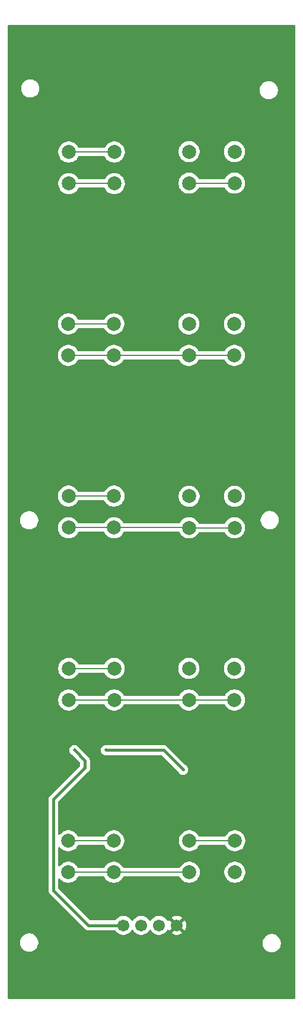
<source format=gbl>
%TF.GenerationSoftware,KiCad,Pcbnew,9.0.4-9.0.4-0~ubuntu24.04.1*%
%TF.CreationDate,2025-09-24T17:39:37+03:00*%
%TF.ProjectId,Patient remote control,50617469-656e-4742-9072-656d6f746520,rev?*%
%TF.SameCoordinates,Original*%
%TF.FileFunction,Copper,L2,Bot*%
%TF.FilePolarity,Positive*%
%FSLAX46Y46*%
G04 Gerber Fmt 4.6, Leading zero omitted, Abs format (unit mm)*
G04 Created by KiCad (PCBNEW 9.0.4-9.0.4-0~ubuntu24.04.1) date 2025-09-24 17:39:37*
%MOMM*%
%LPD*%
G01*
G04 APERTURE LIST*
%TA.AperFunction,ComponentPad*%
%ADD10C,2.000000*%
%TD*%
%TA.AperFunction,ComponentPad*%
%ADD11C,1.701800*%
%TD*%
%TA.AperFunction,ViaPad*%
%ADD12C,0.500000*%
%TD*%
%TA.AperFunction,Conductor*%
%ADD13C,0.400000*%
%TD*%
%TA.AperFunction,Conductor*%
%ADD14C,0.200000*%
%TD*%
G04 APERTURE END LIST*
D10*
%TO.P,SW4,1,1*%
%TO.N,/R2*%
X123839000Y-71161000D03*
X130339000Y-71161000D03*
%TO.P,SW4,2,2*%
%TO.N,/C2*%
X123839000Y-75661000D03*
X130339000Y-75661000D03*
%TD*%
%TO.P,SW2,1,1*%
%TO.N,/R2*%
X123863000Y-46588000D03*
X130363000Y-46588000D03*
%TO.P,SW2,2,2*%
%TO.N,/C1*%
X123863000Y-51088000D03*
X130363000Y-51088000D03*
%TD*%
%TO.P,SW1,1,1*%
%TO.N,/R1*%
X106692000Y-46637000D03*
X113192000Y-46637000D03*
%TO.P,SW1,2,2*%
%TO.N,/C1*%
X106692000Y-51137000D03*
X113192000Y-51137000D03*
%TD*%
%TO.P,SW8,1,1*%
%TO.N,/R2*%
X123848000Y-120343000D03*
X130348000Y-120343000D03*
%TO.P,SW8,2,2*%
%TO.N,/C4*%
X123848000Y-124843000D03*
X130348000Y-124843000D03*
%TD*%
%TO.P,SW3,1,1*%
%TO.N,/R1*%
X106630000Y-71158000D03*
X113130000Y-71158000D03*
%TO.P,SW3,2,2*%
%TO.N,/C2*%
X106630000Y-75658000D03*
X113130000Y-75658000D03*
%TD*%
%TO.P,SW6,1,1*%
%TO.N,/R2*%
X123867000Y-95768000D03*
X130367000Y-95768000D03*
%TO.P,SW6,2,2*%
%TO.N,/C3*%
X123867000Y-100268000D03*
X130367000Y-100268000D03*
%TD*%
%TO.P,SW7,1,1*%
%TO.N,/R1*%
X106679000Y-120341000D03*
X113179000Y-120341000D03*
%TO.P,SW7,2,2*%
%TO.N,/C4*%
X106679000Y-124841000D03*
X113179000Y-124841000D03*
%TD*%
D11*
%TO.P,J1,1*%
%TO.N,+3.3V*%
X114500000Y-157000000D03*
%TO.P,J1,2*%
%TO.N,/SDA*%
X117040000Y-157000000D03*
%TO.P,J1,3*%
%TO.N,/SCL*%
X119580000Y-157000000D03*
%TO.P,J1,4*%
%TO.N,GND*%
X122120000Y-157000000D03*
%TD*%
D10*
%TO.P,SW9,1,1*%
%TO.N,/R1*%
X106620000Y-144923000D03*
X113120000Y-144923000D03*
%TO.P,SW9,2,2*%
%TO.N,/C5*%
X106620000Y-149423000D03*
X113120000Y-149423000D03*
%TD*%
%TO.P,SW5,1,1*%
%TO.N,/R1*%
X106649000Y-95744000D03*
X113149000Y-95744000D03*
%TO.P,SW5,2,2*%
%TO.N,/C3*%
X106649000Y-100244000D03*
X113149000Y-100244000D03*
%TD*%
%TO.P,SW10,1,1*%
%TO.N,/R2*%
X123904000Y-144923000D03*
X130404000Y-144923000D03*
%TO.P,SW10,2,2*%
%TO.N,/C5*%
X123904000Y-149423000D03*
X130404000Y-149423000D03*
%TD*%
D12*
%TO.N,+3.3V*%
X109000000Y-134500000D03*
X123000000Y-134780000D03*
X107500000Y-132000000D03*
X112000000Y-132000000D03*
%TO.N,GND*%
X111000000Y-139500000D03*
X124000000Y-139000000D03*
X120500000Y-140500000D03*
X122500000Y-140500000D03*
X102500000Y-141500000D03*
%TD*%
D13*
%TO.N,+3.3V*%
X104500000Y-139000000D02*
X104500000Y-152000000D01*
X109000000Y-133500000D02*
X107500000Y-132000000D01*
X120220000Y-132000000D02*
X112000000Y-132000000D01*
X109500000Y-157000000D02*
X114500000Y-157000000D01*
X109000000Y-134500000D02*
X109000000Y-133500000D01*
X123000000Y-134780000D02*
X120220000Y-132000000D01*
X104500000Y-152000000D02*
X109500000Y-157000000D01*
X109000000Y-134500000D02*
X104500000Y-139000000D01*
D14*
%TO.N,/C3*%
X106649000Y-100244000D02*
X113149000Y-100244000D01*
X123843000Y-100244000D02*
X123867000Y-100268000D01*
X113149000Y-100244000D02*
X123843000Y-100244000D01*
X130367000Y-100268000D02*
X123867000Y-100268000D01*
%TO.N,/R2*%
X123904000Y-144923000D02*
X130404000Y-144923000D01*
%TO.N,/C4*%
X113181000Y-124843000D02*
X113179000Y-124841000D01*
X123848000Y-124843000D02*
X113181000Y-124843000D01*
X113179000Y-124841000D02*
X106679000Y-124841000D01*
X130348000Y-124843000D02*
X123848000Y-124843000D01*
%TO.N,/C1*%
X113192000Y-51137000D02*
X106692000Y-51137000D01*
X130363000Y-51088000D02*
X123863000Y-51088000D01*
%TO.N,/C5*%
X123904000Y-149423000D02*
X113120000Y-149423000D01*
X113120000Y-149423000D02*
X106620000Y-149423000D01*
%TO.N,/R1*%
X113130000Y-71158000D02*
X106630000Y-71158000D01*
X113149000Y-95744000D02*
X106649000Y-95744000D01*
X113192000Y-46637000D02*
X106692000Y-46637000D01*
X113120000Y-144923000D02*
X106620000Y-144923000D01*
X113179000Y-120341000D02*
X106679000Y-120341000D01*
%TO.N,/C2*%
X130339000Y-75661000D02*
X123839000Y-75661000D01*
X113133000Y-75661000D02*
X113130000Y-75658000D01*
X123839000Y-75661000D02*
X113133000Y-75661000D01*
X106630000Y-75658000D02*
X113130000Y-75658000D01*
%TD*%
%TA.AperFunction,Conductor*%
%TO.N,GND*%
G36*
X138942539Y-28520185D02*
G01*
X138988294Y-28572989D01*
X138999500Y-28624500D01*
X138999500Y-167375500D01*
X138979815Y-167442539D01*
X138927011Y-167488294D01*
X138875500Y-167499500D01*
X98124500Y-167499500D01*
X98057461Y-167479815D01*
X98011706Y-167427011D01*
X98000500Y-167375500D01*
X98000500Y-159354648D01*
X99735500Y-159354648D01*
X99735500Y-159559351D01*
X99767522Y-159761534D01*
X99830781Y-159956223D01*
X99923715Y-160138613D01*
X100044028Y-160304213D01*
X100188786Y-160448971D01*
X100343749Y-160561556D01*
X100354390Y-160569287D01*
X100470607Y-160628503D01*
X100536776Y-160662218D01*
X100536778Y-160662218D01*
X100536781Y-160662220D01*
X100641137Y-160696127D01*
X100731465Y-160725477D01*
X100832557Y-160741488D01*
X100933648Y-160757500D01*
X100933649Y-160757500D01*
X101138351Y-160757500D01*
X101138352Y-160757500D01*
X101340534Y-160725477D01*
X101535219Y-160662220D01*
X101717610Y-160569287D01*
X101810590Y-160501732D01*
X101883213Y-160448971D01*
X101883215Y-160448968D01*
X101883219Y-160448966D01*
X102027966Y-160304219D01*
X102027968Y-160304215D01*
X102027971Y-160304213D01*
X102087258Y-160222610D01*
X102148287Y-160138610D01*
X102241220Y-159956219D01*
X102304477Y-159761534D01*
X102336500Y-159559352D01*
X102336500Y-159438648D01*
X134372500Y-159438648D01*
X134372500Y-159643351D01*
X134404522Y-159845534D01*
X134467781Y-160040223D01*
X134560715Y-160222613D01*
X134681028Y-160388213D01*
X134825786Y-160532971D01*
X134980749Y-160645556D01*
X134991390Y-160653287D01*
X135107607Y-160712503D01*
X135173776Y-160746218D01*
X135173778Y-160746218D01*
X135173781Y-160746220D01*
X135278137Y-160780127D01*
X135368465Y-160809477D01*
X135469557Y-160825488D01*
X135570648Y-160841500D01*
X135570649Y-160841500D01*
X135775351Y-160841500D01*
X135775352Y-160841500D01*
X135977534Y-160809477D01*
X136172219Y-160746220D01*
X136354610Y-160653287D01*
X136470231Y-160569284D01*
X136520213Y-160532971D01*
X136520215Y-160532968D01*
X136520219Y-160532966D01*
X136664966Y-160388219D01*
X136664968Y-160388215D01*
X136664971Y-160388213D01*
X136725999Y-160304213D01*
X136785287Y-160222610D01*
X136878220Y-160040219D01*
X136941477Y-159845534D01*
X136973500Y-159643352D01*
X136973500Y-159438648D01*
X136941477Y-159236465D01*
X136878218Y-159041776D01*
X136835417Y-158957776D01*
X136785287Y-158859390D01*
X136777556Y-158848749D01*
X136664971Y-158693786D01*
X136520213Y-158549028D01*
X136354613Y-158428715D01*
X136354612Y-158428714D01*
X136354610Y-158428713D01*
X136297653Y-158399691D01*
X136172223Y-158335781D01*
X135977534Y-158272522D01*
X135802995Y-158244878D01*
X135775352Y-158240500D01*
X135570648Y-158240500D01*
X135546329Y-158244351D01*
X135368465Y-158272522D01*
X135173776Y-158335781D01*
X134991386Y-158428715D01*
X134825786Y-158549028D01*
X134681028Y-158693786D01*
X134560715Y-158859386D01*
X134467781Y-159041776D01*
X134404522Y-159236465D01*
X134372500Y-159438648D01*
X102336500Y-159438648D01*
X102336500Y-159354648D01*
X102304477Y-159152466D01*
X102241220Y-158957781D01*
X102241218Y-158957778D01*
X102241218Y-158957776D01*
X102191085Y-158859386D01*
X102148287Y-158775390D01*
X102088999Y-158693786D01*
X102027971Y-158609786D01*
X101883213Y-158465028D01*
X101717613Y-158344715D01*
X101717612Y-158344714D01*
X101717610Y-158344713D01*
X101660653Y-158315691D01*
X101535223Y-158251781D01*
X101340534Y-158188522D01*
X101165995Y-158160878D01*
X101138352Y-158156500D01*
X100933648Y-158156500D01*
X100909329Y-158160351D01*
X100731465Y-158188522D01*
X100536776Y-158251781D01*
X100354386Y-158344715D01*
X100188786Y-158465028D01*
X100044028Y-158609786D01*
X99923715Y-158775386D01*
X99830781Y-158957776D01*
X99767522Y-159152465D01*
X99735500Y-159354648D01*
X98000500Y-159354648D01*
X98000500Y-152068996D01*
X103799499Y-152068996D01*
X103826418Y-152204322D01*
X103826421Y-152204332D01*
X103879222Y-152331807D01*
X103955887Y-152446545D01*
X109053454Y-157544112D01*
X109168192Y-157620777D01*
X109295667Y-157673578D01*
X109295672Y-157673580D01*
X109295676Y-157673580D01*
X109295677Y-157673581D01*
X109431003Y-157700500D01*
X109431006Y-157700500D01*
X109431007Y-157700500D01*
X113275340Y-157700500D01*
X113342379Y-157720185D01*
X113375657Y-157751614D01*
X113469210Y-157880378D01*
X113619622Y-158030790D01*
X113791712Y-158155821D01*
X113855891Y-158188522D01*
X113981241Y-158252392D01*
X113981244Y-158252393D01*
X114043196Y-158272522D01*
X114183546Y-158318124D01*
X114393642Y-158351400D01*
X114393643Y-158351400D01*
X114606357Y-158351400D01*
X114606358Y-158351400D01*
X114816454Y-158318124D01*
X115018758Y-158252392D01*
X115208288Y-158155821D01*
X115380378Y-158030790D01*
X115530790Y-157880378D01*
X115655821Y-157708288D01*
X115659514Y-157701039D01*
X115707486Y-157650243D01*
X115775307Y-157633446D01*
X115841443Y-157655981D01*
X115880485Y-157701039D01*
X115884179Y-157708288D01*
X116009210Y-157880378D01*
X116159622Y-158030790D01*
X116331712Y-158155821D01*
X116395891Y-158188522D01*
X116521241Y-158252392D01*
X116521244Y-158252393D01*
X116583196Y-158272522D01*
X116723546Y-158318124D01*
X116933642Y-158351400D01*
X116933643Y-158351400D01*
X117146357Y-158351400D01*
X117146358Y-158351400D01*
X117356454Y-158318124D01*
X117558758Y-158252392D01*
X117748288Y-158155821D01*
X117920378Y-158030790D01*
X118070790Y-157880378D01*
X118195821Y-157708288D01*
X118199514Y-157701039D01*
X118247486Y-157650243D01*
X118315307Y-157633446D01*
X118381443Y-157655981D01*
X118420485Y-157701039D01*
X118424179Y-157708288D01*
X118549210Y-157880378D01*
X118699622Y-158030790D01*
X118871712Y-158155821D01*
X118935891Y-158188522D01*
X119061241Y-158252392D01*
X119061244Y-158252393D01*
X119123196Y-158272522D01*
X119263546Y-158318124D01*
X119473642Y-158351400D01*
X119473643Y-158351400D01*
X119686357Y-158351400D01*
X119686358Y-158351400D01*
X119896454Y-158318124D01*
X120098758Y-158252392D01*
X120288288Y-158155821D01*
X120460378Y-158030790D01*
X120610790Y-157880378D01*
X120735821Y-157708288D01*
X120739792Y-157700493D01*
X120787761Y-157649695D01*
X120855581Y-157632894D01*
X120921718Y-157655427D01*
X120960764Y-157700484D01*
X120964608Y-157708029D01*
X121004083Y-157762361D01*
X121004085Y-157762361D01*
X121557918Y-157208528D01*
X121563777Y-157230395D01*
X121642361Y-157366505D01*
X121753495Y-157477639D01*
X121889605Y-157556223D01*
X121911470Y-157562081D01*
X121357636Y-158115914D01*
X121357637Y-158115915D01*
X121411970Y-158155390D01*
X121601433Y-158251928D01*
X121601436Y-158251929D01*
X121803662Y-158317635D01*
X122013683Y-158350900D01*
X122226317Y-158350900D01*
X122436337Y-158317635D01*
X122638563Y-158251929D01*
X122638566Y-158251928D01*
X122828018Y-158155396D01*
X122828031Y-158155388D01*
X122882361Y-158115915D01*
X122882362Y-158115914D01*
X122328529Y-157562081D01*
X122350395Y-157556223D01*
X122486505Y-157477639D01*
X122597639Y-157366505D01*
X122676223Y-157230395D01*
X122682081Y-157208529D01*
X123235914Y-157762362D01*
X123235915Y-157762361D01*
X123275388Y-157708031D01*
X123275396Y-157708018D01*
X123371928Y-157518566D01*
X123371929Y-157518563D01*
X123437635Y-157316337D01*
X123470900Y-157106317D01*
X123470900Y-156893682D01*
X123437635Y-156683662D01*
X123371929Y-156481436D01*
X123371928Y-156481433D01*
X123275390Y-156291970D01*
X123235915Y-156237637D01*
X123235914Y-156237636D01*
X122682081Y-156791469D01*
X122676223Y-156769605D01*
X122597639Y-156633495D01*
X122486505Y-156522361D01*
X122350395Y-156443777D01*
X122328528Y-156437917D01*
X122882361Y-155884085D01*
X122882361Y-155884083D01*
X122828029Y-155844609D01*
X122638566Y-155748071D01*
X122638563Y-155748070D01*
X122436337Y-155682364D01*
X122226317Y-155649100D01*
X122013683Y-155649100D01*
X121803662Y-155682364D01*
X121601436Y-155748070D01*
X121601433Y-155748071D01*
X121411975Y-155844606D01*
X121411973Y-155844607D01*
X121357637Y-155884083D01*
X121357637Y-155884084D01*
X121911471Y-156437917D01*
X121889605Y-156443777D01*
X121753495Y-156522361D01*
X121642361Y-156633495D01*
X121563777Y-156769605D01*
X121557918Y-156791471D01*
X121004084Y-156237637D01*
X121004083Y-156237637D01*
X120964607Y-156291973D01*
X120964605Y-156291977D01*
X120960762Y-156299519D01*
X120912784Y-156350312D01*
X120844963Y-156367104D01*
X120778829Y-156344563D01*
X120739793Y-156299508D01*
X120739515Y-156298963D01*
X120735821Y-156291712D01*
X120610790Y-156119622D01*
X120460378Y-155969210D01*
X120288288Y-155844179D01*
X120098758Y-155747607D01*
X120098755Y-155747606D01*
X119896455Y-155681876D01*
X119791406Y-155665238D01*
X119686358Y-155648600D01*
X119473642Y-155648600D01*
X119403610Y-155659692D01*
X119263544Y-155681876D01*
X119061244Y-155747606D01*
X119061241Y-155747607D01*
X118871711Y-155844179D01*
X118816786Y-155884085D01*
X118699622Y-155969210D01*
X118699620Y-155969212D01*
X118699619Y-155969212D01*
X118549212Y-156119619D01*
X118549212Y-156119620D01*
X118549210Y-156119622D01*
X118549208Y-156119625D01*
X118424177Y-156291713D01*
X118420484Y-156298963D01*
X118372510Y-156349758D01*
X118304689Y-156366553D01*
X118238554Y-156344015D01*
X118199516Y-156298963D01*
X118195822Y-156291713D01*
X118156532Y-156237636D01*
X118070790Y-156119622D01*
X117920378Y-155969210D01*
X117748288Y-155844179D01*
X117558758Y-155747607D01*
X117558755Y-155747606D01*
X117356455Y-155681876D01*
X117251406Y-155665238D01*
X117146358Y-155648600D01*
X116933642Y-155648600D01*
X116863610Y-155659692D01*
X116723544Y-155681876D01*
X116521244Y-155747606D01*
X116521241Y-155747607D01*
X116331711Y-155844179D01*
X116276786Y-155884085D01*
X116159622Y-155969210D01*
X116159620Y-155969212D01*
X116159619Y-155969212D01*
X116009212Y-156119619D01*
X116009212Y-156119620D01*
X116009210Y-156119622D01*
X116009208Y-156119625D01*
X115884177Y-156291713D01*
X115880484Y-156298963D01*
X115832510Y-156349758D01*
X115764689Y-156366553D01*
X115698554Y-156344015D01*
X115659516Y-156298963D01*
X115655822Y-156291713D01*
X115616532Y-156237636D01*
X115530790Y-156119622D01*
X115380378Y-155969210D01*
X115208288Y-155844179D01*
X115018758Y-155747607D01*
X115018755Y-155747606D01*
X114816455Y-155681876D01*
X114711406Y-155665238D01*
X114606358Y-155648600D01*
X114393642Y-155648600D01*
X114323610Y-155659692D01*
X114183544Y-155681876D01*
X113981244Y-155747606D01*
X113981241Y-155747607D01*
X113791711Y-155844179D01*
X113736786Y-155884085D01*
X113619622Y-155969210D01*
X113619620Y-155969212D01*
X113619619Y-155969212D01*
X113469212Y-156119619D01*
X113469207Y-156119625D01*
X113375658Y-156248385D01*
X113320328Y-156291051D01*
X113275340Y-156299500D01*
X109841519Y-156299500D01*
X109774480Y-156279815D01*
X109753838Y-156263181D01*
X105236819Y-151746162D01*
X105203334Y-151684839D01*
X105200500Y-151658481D01*
X105200500Y-150403661D01*
X105220185Y-150336622D01*
X105272989Y-150290867D01*
X105342147Y-150280923D01*
X105405703Y-150309948D01*
X105424815Y-150330771D01*
X105475483Y-150400510D01*
X105642490Y-150567517D01*
X105833567Y-150706343D01*
X105932991Y-150757002D01*
X106044003Y-150813566D01*
X106044005Y-150813566D01*
X106044008Y-150813568D01*
X106164412Y-150852689D01*
X106268631Y-150886553D01*
X106501903Y-150923500D01*
X106501908Y-150923500D01*
X106738097Y-150923500D01*
X106971368Y-150886553D01*
X107195992Y-150813568D01*
X107406433Y-150706343D01*
X107597510Y-150567517D01*
X107764517Y-150400510D01*
X107903343Y-150209433D01*
X107963583Y-150091204D01*
X108011558Y-150040409D01*
X108074068Y-150023500D01*
X111665932Y-150023500D01*
X111732971Y-150043185D01*
X111776416Y-150091203D01*
X111836657Y-150209433D01*
X111975483Y-150400510D01*
X112142490Y-150567517D01*
X112333567Y-150706343D01*
X112432991Y-150757002D01*
X112544003Y-150813566D01*
X112544005Y-150813566D01*
X112544008Y-150813568D01*
X112664412Y-150852689D01*
X112768631Y-150886553D01*
X113001903Y-150923500D01*
X113001908Y-150923500D01*
X113238097Y-150923500D01*
X113471368Y-150886553D01*
X113695992Y-150813568D01*
X113906433Y-150706343D01*
X114097510Y-150567517D01*
X114264517Y-150400510D01*
X114403343Y-150209433D01*
X114463583Y-150091204D01*
X114511558Y-150040409D01*
X114574068Y-150023500D01*
X122449932Y-150023500D01*
X122516971Y-150043185D01*
X122560416Y-150091203D01*
X122620657Y-150209433D01*
X122759483Y-150400510D01*
X122926490Y-150567517D01*
X123117567Y-150706343D01*
X123216991Y-150757002D01*
X123328003Y-150813566D01*
X123328005Y-150813566D01*
X123328008Y-150813568D01*
X123448412Y-150852689D01*
X123552631Y-150886553D01*
X123785903Y-150923500D01*
X123785908Y-150923500D01*
X124022097Y-150923500D01*
X124255368Y-150886553D01*
X124479992Y-150813568D01*
X124690433Y-150706343D01*
X124881510Y-150567517D01*
X125048517Y-150400510D01*
X125187343Y-150209433D01*
X125294568Y-149998992D01*
X125367553Y-149774368D01*
X125404500Y-149541097D01*
X125404500Y-149304902D01*
X128903500Y-149304902D01*
X128903500Y-149541097D01*
X128940446Y-149774368D01*
X129013433Y-149998996D01*
X129120657Y-150209433D01*
X129259483Y-150400510D01*
X129426490Y-150567517D01*
X129617567Y-150706343D01*
X129716991Y-150757002D01*
X129828003Y-150813566D01*
X129828005Y-150813566D01*
X129828008Y-150813568D01*
X129948412Y-150852689D01*
X130052631Y-150886553D01*
X130285903Y-150923500D01*
X130285908Y-150923500D01*
X130522097Y-150923500D01*
X130755368Y-150886553D01*
X130979992Y-150813568D01*
X131190433Y-150706343D01*
X131381510Y-150567517D01*
X131548517Y-150400510D01*
X131687343Y-150209433D01*
X131794568Y-149998992D01*
X131867553Y-149774368D01*
X131904500Y-149541097D01*
X131904500Y-149304902D01*
X131867553Y-149071631D01*
X131794566Y-148847003D01*
X131687342Y-148636566D01*
X131548517Y-148445490D01*
X131381510Y-148278483D01*
X131190433Y-148139657D01*
X130979996Y-148032433D01*
X130755368Y-147959446D01*
X130522097Y-147922500D01*
X130522092Y-147922500D01*
X130285908Y-147922500D01*
X130285903Y-147922500D01*
X130052631Y-147959446D01*
X129828003Y-148032433D01*
X129617566Y-148139657D01*
X129508550Y-148218862D01*
X129426490Y-148278483D01*
X129426488Y-148278485D01*
X129426487Y-148278485D01*
X129259485Y-148445487D01*
X129259485Y-148445488D01*
X129259483Y-148445490D01*
X129259479Y-148445496D01*
X129120657Y-148636566D01*
X129013433Y-148847003D01*
X128940446Y-149071631D01*
X128903500Y-149304902D01*
X125404500Y-149304902D01*
X125367553Y-149071631D01*
X125294566Y-148847003D01*
X125187342Y-148636566D01*
X125048517Y-148445490D01*
X124881510Y-148278483D01*
X124690433Y-148139657D01*
X124479996Y-148032433D01*
X124255368Y-147959446D01*
X124022097Y-147922500D01*
X124022092Y-147922500D01*
X123785908Y-147922500D01*
X123785903Y-147922500D01*
X123552631Y-147959446D01*
X123328003Y-148032433D01*
X123117566Y-148139657D01*
X123008550Y-148218862D01*
X122926490Y-148278483D01*
X122926488Y-148278485D01*
X122926487Y-148278485D01*
X122759485Y-148445487D01*
X122759485Y-148445488D01*
X122759483Y-148445490D01*
X122759479Y-148445496D01*
X122620657Y-148636566D01*
X122560417Y-148754795D01*
X122512442Y-148805591D01*
X122449932Y-148822500D01*
X114574068Y-148822500D01*
X114507029Y-148802815D01*
X114463583Y-148754795D01*
X114403342Y-148636566D01*
X114264517Y-148445490D01*
X114097510Y-148278483D01*
X113906433Y-148139657D01*
X113695996Y-148032433D01*
X113471368Y-147959446D01*
X113238097Y-147922500D01*
X113238092Y-147922500D01*
X113001908Y-147922500D01*
X113001903Y-147922500D01*
X112768631Y-147959446D01*
X112544003Y-148032433D01*
X112333566Y-148139657D01*
X112224550Y-148218862D01*
X112142490Y-148278483D01*
X112142488Y-148278485D01*
X112142487Y-148278485D01*
X111975485Y-148445487D01*
X111975485Y-148445488D01*
X111975483Y-148445490D01*
X111975479Y-148445496D01*
X111836657Y-148636566D01*
X111776417Y-148754795D01*
X111728442Y-148805591D01*
X111665932Y-148822500D01*
X108074068Y-148822500D01*
X108007029Y-148802815D01*
X107963583Y-148754795D01*
X107903342Y-148636566D01*
X107764517Y-148445490D01*
X107597510Y-148278483D01*
X107406433Y-148139657D01*
X107195996Y-148032433D01*
X106971368Y-147959446D01*
X106738097Y-147922500D01*
X106738092Y-147922500D01*
X106501908Y-147922500D01*
X106501903Y-147922500D01*
X106268631Y-147959446D01*
X106044003Y-148032433D01*
X105833566Y-148139657D01*
X105724550Y-148218862D01*
X105642490Y-148278483D01*
X105642488Y-148278485D01*
X105642487Y-148278485D01*
X105475485Y-148445487D01*
X105475478Y-148445496D01*
X105424817Y-148515224D01*
X105369487Y-148557890D01*
X105299874Y-148563868D01*
X105238079Y-148531262D01*
X105203722Y-148470423D01*
X105200500Y-148442338D01*
X105200500Y-145903661D01*
X105220185Y-145836622D01*
X105272989Y-145790867D01*
X105342147Y-145780923D01*
X105405703Y-145809948D01*
X105424815Y-145830771D01*
X105475483Y-145900510D01*
X105642490Y-146067517D01*
X105833567Y-146206343D01*
X105932991Y-146257002D01*
X106044003Y-146313566D01*
X106044005Y-146313566D01*
X106044008Y-146313568D01*
X106164412Y-146352689D01*
X106268631Y-146386553D01*
X106501903Y-146423500D01*
X106501908Y-146423500D01*
X106738097Y-146423500D01*
X106971368Y-146386553D01*
X107195992Y-146313568D01*
X107406433Y-146206343D01*
X107597510Y-146067517D01*
X107764517Y-145900510D01*
X107903343Y-145709433D01*
X107963583Y-145591204D01*
X108011558Y-145540409D01*
X108074068Y-145523500D01*
X111665932Y-145523500D01*
X111732971Y-145543185D01*
X111776416Y-145591203D01*
X111836657Y-145709433D01*
X111975483Y-145900510D01*
X112142490Y-146067517D01*
X112333567Y-146206343D01*
X112432991Y-146257002D01*
X112544003Y-146313566D01*
X112544005Y-146313566D01*
X112544008Y-146313568D01*
X112664412Y-146352689D01*
X112768631Y-146386553D01*
X113001903Y-146423500D01*
X113001908Y-146423500D01*
X113238097Y-146423500D01*
X113471368Y-146386553D01*
X113695992Y-146313568D01*
X113906433Y-146206343D01*
X114097510Y-146067517D01*
X114264517Y-145900510D01*
X114403343Y-145709433D01*
X114510568Y-145498992D01*
X114583553Y-145274368D01*
X114620500Y-145041097D01*
X114620500Y-144804902D01*
X122403500Y-144804902D01*
X122403500Y-145041097D01*
X122440446Y-145274368D01*
X122513433Y-145498996D01*
X122620657Y-145709433D01*
X122759483Y-145900510D01*
X122926490Y-146067517D01*
X123117567Y-146206343D01*
X123216991Y-146257002D01*
X123328003Y-146313566D01*
X123328005Y-146313566D01*
X123328008Y-146313568D01*
X123448412Y-146352689D01*
X123552631Y-146386553D01*
X123785903Y-146423500D01*
X123785908Y-146423500D01*
X124022097Y-146423500D01*
X124255368Y-146386553D01*
X124479992Y-146313568D01*
X124690433Y-146206343D01*
X124881510Y-146067517D01*
X125048517Y-145900510D01*
X125187343Y-145709433D01*
X125247583Y-145591204D01*
X125295558Y-145540409D01*
X125358068Y-145523500D01*
X128949932Y-145523500D01*
X129016971Y-145543185D01*
X129060416Y-145591203D01*
X129120657Y-145709433D01*
X129259483Y-145900510D01*
X129426490Y-146067517D01*
X129617567Y-146206343D01*
X129716991Y-146257002D01*
X129828003Y-146313566D01*
X129828005Y-146313566D01*
X129828008Y-146313568D01*
X129948412Y-146352689D01*
X130052631Y-146386553D01*
X130285903Y-146423500D01*
X130285908Y-146423500D01*
X130522097Y-146423500D01*
X130755368Y-146386553D01*
X130979992Y-146313568D01*
X131190433Y-146206343D01*
X131381510Y-146067517D01*
X131548517Y-145900510D01*
X131687343Y-145709433D01*
X131794568Y-145498992D01*
X131867553Y-145274368D01*
X131904500Y-145041097D01*
X131904500Y-144804902D01*
X131867553Y-144571631D01*
X131794566Y-144347003D01*
X131687342Y-144136566D01*
X131548517Y-143945490D01*
X131381510Y-143778483D01*
X131190433Y-143639657D01*
X130979996Y-143532433D01*
X130755368Y-143459446D01*
X130522097Y-143422500D01*
X130522092Y-143422500D01*
X130285908Y-143422500D01*
X130285903Y-143422500D01*
X130052631Y-143459446D01*
X129828003Y-143532433D01*
X129617566Y-143639657D01*
X129508550Y-143718862D01*
X129426490Y-143778483D01*
X129426488Y-143778485D01*
X129426487Y-143778485D01*
X129259485Y-143945487D01*
X129259485Y-143945488D01*
X129259483Y-143945490D01*
X129259479Y-143945496D01*
X129120657Y-144136566D01*
X129060417Y-144254795D01*
X129012442Y-144305591D01*
X128949932Y-144322500D01*
X125358068Y-144322500D01*
X125291029Y-144302815D01*
X125247583Y-144254795D01*
X125187342Y-144136566D01*
X125048517Y-143945490D01*
X124881510Y-143778483D01*
X124690433Y-143639657D01*
X124479996Y-143532433D01*
X124255368Y-143459446D01*
X124022097Y-143422500D01*
X124022092Y-143422500D01*
X123785908Y-143422500D01*
X123785903Y-143422500D01*
X123552631Y-143459446D01*
X123328003Y-143532433D01*
X123117566Y-143639657D01*
X123008550Y-143718862D01*
X122926490Y-143778483D01*
X122926488Y-143778485D01*
X122926487Y-143778485D01*
X122759485Y-143945487D01*
X122759485Y-143945488D01*
X122759483Y-143945490D01*
X122759479Y-143945496D01*
X122620657Y-144136566D01*
X122513433Y-144347003D01*
X122440446Y-144571631D01*
X122403500Y-144804902D01*
X114620500Y-144804902D01*
X114583553Y-144571631D01*
X114510566Y-144347003D01*
X114403342Y-144136566D01*
X114264517Y-143945490D01*
X114097510Y-143778483D01*
X113906433Y-143639657D01*
X113695996Y-143532433D01*
X113471368Y-143459446D01*
X113238097Y-143422500D01*
X113238092Y-143422500D01*
X113001908Y-143422500D01*
X113001903Y-143422500D01*
X112768631Y-143459446D01*
X112544003Y-143532433D01*
X112333566Y-143639657D01*
X112224550Y-143718862D01*
X112142490Y-143778483D01*
X112142488Y-143778485D01*
X112142487Y-143778485D01*
X111975485Y-143945487D01*
X111975485Y-143945488D01*
X111975483Y-143945490D01*
X111975479Y-143945496D01*
X111836657Y-144136566D01*
X111776417Y-144254795D01*
X111728442Y-144305591D01*
X111665932Y-144322500D01*
X108074068Y-144322500D01*
X108007029Y-144302815D01*
X107963583Y-144254795D01*
X107903342Y-144136566D01*
X107764517Y-143945490D01*
X107597510Y-143778483D01*
X107406433Y-143639657D01*
X107195996Y-143532433D01*
X106971368Y-143459446D01*
X106738097Y-143422500D01*
X106738092Y-143422500D01*
X106501908Y-143422500D01*
X106501903Y-143422500D01*
X106268631Y-143459446D01*
X106044003Y-143532433D01*
X105833566Y-143639657D01*
X105724550Y-143718862D01*
X105642490Y-143778483D01*
X105642488Y-143778485D01*
X105642487Y-143778485D01*
X105475485Y-143945487D01*
X105475478Y-143945496D01*
X105424817Y-144015224D01*
X105369487Y-144057890D01*
X105299874Y-144063868D01*
X105238079Y-144031262D01*
X105203722Y-143970423D01*
X105200500Y-143942338D01*
X105200500Y-139341518D01*
X105220185Y-139274479D01*
X105236814Y-139253842D01*
X109286975Y-135203680D01*
X109327202Y-135176802D01*
X109355495Y-135165084D01*
X109478416Y-135082951D01*
X109582951Y-134978416D01*
X109665084Y-134855495D01*
X109721658Y-134718913D01*
X109750500Y-134573918D01*
X109750500Y-134426082D01*
X109750500Y-134426079D01*
X109721659Y-134281093D01*
X109721658Y-134281087D01*
X109709937Y-134252790D01*
X109700500Y-134205342D01*
X109700500Y-133431004D01*
X109673581Y-133295677D01*
X109673580Y-133295676D01*
X109673580Y-133295672D01*
X109673578Y-133295667D01*
X109620778Y-133168195D01*
X109620771Y-133168182D01*
X109544115Y-133053459D01*
X109544114Y-133053458D01*
X109446542Y-132955886D01*
X109073604Y-132582948D01*
X108564577Y-132073920D01*
X111249499Y-132073920D01*
X111278340Y-132218907D01*
X111278343Y-132218917D01*
X111334912Y-132355488D01*
X111334919Y-132355501D01*
X111417048Y-132478415D01*
X111417051Y-132478419D01*
X111521580Y-132582948D01*
X111521584Y-132582951D01*
X111644498Y-132665080D01*
X111644511Y-132665087D01*
X111777531Y-132720185D01*
X111781087Y-132721658D01*
X111781091Y-132721658D01*
X111781092Y-132721659D01*
X111926079Y-132750500D01*
X111926082Y-132750500D01*
X112073920Y-132750500D01*
X112171462Y-132731096D01*
X112218913Y-132721658D01*
X112233372Y-132715668D01*
X112247206Y-132709939D01*
X112294658Y-132700500D01*
X119878481Y-132700500D01*
X119945520Y-132720185D01*
X119966162Y-132736819D01*
X122296316Y-135066973D01*
X122323196Y-135107201D01*
X122334914Y-135135491D01*
X122334919Y-135135501D01*
X122417048Y-135258415D01*
X122417051Y-135258419D01*
X122521580Y-135362948D01*
X122521584Y-135362951D01*
X122644498Y-135445080D01*
X122644511Y-135445087D01*
X122781082Y-135501656D01*
X122781087Y-135501658D01*
X122781091Y-135501658D01*
X122781092Y-135501659D01*
X122926079Y-135530500D01*
X122926082Y-135530500D01*
X123073920Y-135530500D01*
X123171462Y-135511096D01*
X123218913Y-135501658D01*
X123355495Y-135445084D01*
X123478416Y-135362951D01*
X123582951Y-135258416D01*
X123665084Y-135135495D01*
X123721658Y-134998913D01*
X123731096Y-134951462D01*
X123750500Y-134853920D01*
X123750500Y-134706079D01*
X123721659Y-134561092D01*
X123721658Y-134561091D01*
X123721658Y-134561087D01*
X123721656Y-134561082D01*
X123665087Y-134424511D01*
X123665080Y-134424498D01*
X123582951Y-134301584D01*
X123582948Y-134301580D01*
X123478419Y-134197051D01*
X123478415Y-134197048D01*
X123355501Y-134114919D01*
X123355491Y-134114914D01*
X123327201Y-134103196D01*
X123286973Y-134076316D01*
X120666546Y-131455888D01*
X120666545Y-131455887D01*
X120551807Y-131379222D01*
X120424332Y-131326421D01*
X120424322Y-131326418D01*
X120288996Y-131299500D01*
X120288994Y-131299500D01*
X120288993Y-131299500D01*
X112294658Y-131299500D01*
X112247206Y-131290061D01*
X112218917Y-131278343D01*
X112218907Y-131278340D01*
X112073920Y-131249500D01*
X112073918Y-131249500D01*
X111926082Y-131249500D01*
X111926080Y-131249500D01*
X111781092Y-131278340D01*
X111781082Y-131278343D01*
X111644511Y-131334912D01*
X111644498Y-131334919D01*
X111521584Y-131417048D01*
X111521580Y-131417051D01*
X111417051Y-131521580D01*
X111417048Y-131521584D01*
X111334919Y-131644498D01*
X111334912Y-131644511D01*
X111278343Y-131781082D01*
X111278340Y-131781092D01*
X111249500Y-131926079D01*
X111249500Y-131926082D01*
X111249500Y-132073918D01*
X111249500Y-132073920D01*
X111249499Y-132073920D01*
X108564577Y-132073920D01*
X108498328Y-132007671D01*
X108203683Y-131713026D01*
X108176802Y-131672796D01*
X108165084Y-131644505D01*
X108165080Y-131644498D01*
X108082951Y-131521584D01*
X108082948Y-131521580D01*
X107978419Y-131417051D01*
X107978415Y-131417048D01*
X107855501Y-131334919D01*
X107855488Y-131334912D01*
X107718917Y-131278343D01*
X107718907Y-131278340D01*
X107573920Y-131249500D01*
X107573918Y-131249500D01*
X107426082Y-131249500D01*
X107426080Y-131249500D01*
X107281092Y-131278340D01*
X107281082Y-131278343D01*
X107144511Y-131334912D01*
X107144498Y-131334919D01*
X107021584Y-131417048D01*
X107021580Y-131417051D01*
X106917051Y-131521580D01*
X106917048Y-131521584D01*
X106834919Y-131644498D01*
X106834912Y-131644511D01*
X106778343Y-131781082D01*
X106778340Y-131781092D01*
X106749500Y-131926079D01*
X106749500Y-131926082D01*
X106749500Y-132073918D01*
X106749500Y-132073920D01*
X106749499Y-132073920D01*
X106778340Y-132218907D01*
X106778343Y-132218917D01*
X106834912Y-132355488D01*
X106834919Y-132355501D01*
X106917048Y-132478415D01*
X106917051Y-132478419D01*
X107021580Y-132582948D01*
X107021584Y-132582951D01*
X107144498Y-132665080D01*
X107144505Y-132665084D01*
X107172797Y-132676803D01*
X107213026Y-132703683D01*
X108263181Y-133753837D01*
X108296666Y-133815160D01*
X108299500Y-133841518D01*
X108299500Y-134158480D01*
X108279815Y-134225519D01*
X108263181Y-134246161D01*
X103955888Y-138553453D01*
X103955887Y-138553454D01*
X103879222Y-138668192D01*
X103826421Y-138795667D01*
X103826418Y-138795677D01*
X103799500Y-138931004D01*
X103799500Y-138931007D01*
X103799500Y-151931006D01*
X103799500Y-152068994D01*
X103799500Y-152068996D01*
X103799499Y-152068996D01*
X98000500Y-152068996D01*
X98000500Y-124722902D01*
X105178500Y-124722902D01*
X105178500Y-124959097D01*
X105215446Y-125192368D01*
X105288433Y-125416996D01*
X105395657Y-125627433D01*
X105534483Y-125818510D01*
X105701490Y-125985517D01*
X105892567Y-126124343D01*
X105991991Y-126175002D01*
X106103003Y-126231566D01*
X106103005Y-126231566D01*
X106103008Y-126231568D01*
X106223412Y-126270689D01*
X106327631Y-126304553D01*
X106560903Y-126341500D01*
X106560908Y-126341500D01*
X106797097Y-126341500D01*
X107030368Y-126304553D01*
X107254992Y-126231568D01*
X107465433Y-126124343D01*
X107656510Y-125985517D01*
X107823517Y-125818510D01*
X107962343Y-125627433D01*
X108022583Y-125509204D01*
X108070558Y-125458409D01*
X108133068Y-125441500D01*
X111724932Y-125441500D01*
X111791971Y-125461185D01*
X111835416Y-125509203D01*
X111895657Y-125627433D01*
X112034483Y-125818510D01*
X112201490Y-125985517D01*
X112392567Y-126124343D01*
X112491991Y-126175002D01*
X112603003Y-126231566D01*
X112603005Y-126231566D01*
X112603008Y-126231568D01*
X112723412Y-126270689D01*
X112827631Y-126304553D01*
X113060903Y-126341500D01*
X113060908Y-126341500D01*
X113297097Y-126341500D01*
X113530368Y-126304553D01*
X113754992Y-126231568D01*
X113965433Y-126124343D01*
X114156510Y-125985517D01*
X114323517Y-125818510D01*
X114462343Y-125627433D01*
X114521564Y-125511204D01*
X114569539Y-125460409D01*
X114632049Y-125443500D01*
X122393932Y-125443500D01*
X122460971Y-125463185D01*
X122504416Y-125511203D01*
X122564657Y-125629433D01*
X122703483Y-125820510D01*
X122870490Y-125987517D01*
X123061567Y-126126343D01*
X123160991Y-126177002D01*
X123272003Y-126233566D01*
X123272005Y-126233566D01*
X123272008Y-126233568D01*
X123392412Y-126272689D01*
X123496631Y-126306553D01*
X123729903Y-126343500D01*
X123729908Y-126343500D01*
X123966097Y-126343500D01*
X124199368Y-126306553D01*
X124205523Y-126304553D01*
X124423992Y-126233568D01*
X124634433Y-126126343D01*
X124825510Y-125987517D01*
X124992517Y-125820510D01*
X125131343Y-125629433D01*
X125191583Y-125511204D01*
X125239558Y-125460409D01*
X125302068Y-125443500D01*
X128893932Y-125443500D01*
X128960971Y-125463185D01*
X129004416Y-125511203D01*
X129064657Y-125629433D01*
X129203483Y-125820510D01*
X129370490Y-125987517D01*
X129561567Y-126126343D01*
X129660991Y-126177002D01*
X129772003Y-126233566D01*
X129772005Y-126233566D01*
X129772008Y-126233568D01*
X129892412Y-126272689D01*
X129996631Y-126306553D01*
X130229903Y-126343500D01*
X130229908Y-126343500D01*
X130466097Y-126343500D01*
X130699368Y-126306553D01*
X130705523Y-126304553D01*
X130923992Y-126233568D01*
X131134433Y-126126343D01*
X131325510Y-125987517D01*
X131492517Y-125820510D01*
X131631343Y-125629433D01*
X131738568Y-125418992D01*
X131811553Y-125194368D01*
X131811870Y-125192368D01*
X131848500Y-124961097D01*
X131848500Y-124724902D01*
X131811553Y-124491631D01*
X131738566Y-124267003D01*
X131631342Y-124056566D01*
X131629889Y-124054566D01*
X131492517Y-123865490D01*
X131325510Y-123698483D01*
X131134433Y-123559657D01*
X131130508Y-123557657D01*
X130923996Y-123452433D01*
X130699368Y-123379446D01*
X130466097Y-123342500D01*
X130466092Y-123342500D01*
X130229908Y-123342500D01*
X130229903Y-123342500D01*
X129996631Y-123379446D01*
X129772003Y-123452433D01*
X129561566Y-123559657D01*
X129452550Y-123638862D01*
X129370490Y-123698483D01*
X129370488Y-123698485D01*
X129370487Y-123698485D01*
X129203485Y-123865487D01*
X129203485Y-123865488D01*
X129203483Y-123865490D01*
X129143862Y-123947550D01*
X129064657Y-124056566D01*
X129004417Y-124174795D01*
X128956442Y-124225591D01*
X128893932Y-124242500D01*
X125302068Y-124242500D01*
X125235029Y-124222815D01*
X125191583Y-124174795D01*
X125131342Y-124056566D01*
X125129889Y-124054566D01*
X124992517Y-123865490D01*
X124825510Y-123698483D01*
X124634433Y-123559657D01*
X124630508Y-123557657D01*
X124423996Y-123452433D01*
X124199368Y-123379446D01*
X123966097Y-123342500D01*
X123966092Y-123342500D01*
X123729908Y-123342500D01*
X123729903Y-123342500D01*
X123496631Y-123379446D01*
X123272003Y-123452433D01*
X123061566Y-123559657D01*
X122952550Y-123638862D01*
X122870490Y-123698483D01*
X122870488Y-123698485D01*
X122870487Y-123698485D01*
X122703485Y-123865487D01*
X122703485Y-123865488D01*
X122703483Y-123865490D01*
X122643862Y-123947550D01*
X122564657Y-124056566D01*
X122504417Y-124174795D01*
X122456442Y-124225591D01*
X122393932Y-124242500D01*
X114634087Y-124242500D01*
X114567048Y-124222815D01*
X114523602Y-124174795D01*
X114463362Y-124056567D01*
X114462343Y-124054567D01*
X114323517Y-123863490D01*
X114156510Y-123696483D01*
X113965433Y-123557657D01*
X113754996Y-123450433D01*
X113530368Y-123377446D01*
X113297097Y-123340500D01*
X113297092Y-123340500D01*
X113060908Y-123340500D01*
X113060903Y-123340500D01*
X112827631Y-123377446D01*
X112603003Y-123450433D01*
X112392566Y-123557657D01*
X112283550Y-123636862D01*
X112201490Y-123696483D01*
X112201488Y-123696485D01*
X112201487Y-123696485D01*
X112034485Y-123863487D01*
X112034485Y-123863488D01*
X112034483Y-123863490D01*
X112033030Y-123865490D01*
X111895657Y-124054566D01*
X111835417Y-124172795D01*
X111787442Y-124223591D01*
X111724932Y-124240500D01*
X108133068Y-124240500D01*
X108066029Y-124220815D01*
X108022583Y-124172795D01*
X107963362Y-124056567D01*
X107962343Y-124054567D01*
X107823517Y-123863490D01*
X107656510Y-123696483D01*
X107465433Y-123557657D01*
X107254996Y-123450433D01*
X107030368Y-123377446D01*
X106797097Y-123340500D01*
X106797092Y-123340500D01*
X106560908Y-123340500D01*
X106560903Y-123340500D01*
X106327631Y-123377446D01*
X106103003Y-123450433D01*
X105892566Y-123557657D01*
X105783550Y-123636862D01*
X105701490Y-123696483D01*
X105701488Y-123696485D01*
X105701487Y-123696485D01*
X105534485Y-123863487D01*
X105534485Y-123863488D01*
X105534483Y-123863490D01*
X105533030Y-123865490D01*
X105395657Y-124054566D01*
X105288433Y-124265003D01*
X105215446Y-124489631D01*
X105178500Y-124722902D01*
X98000500Y-124722902D01*
X98000500Y-120222902D01*
X105178500Y-120222902D01*
X105178500Y-120459097D01*
X105215446Y-120692368D01*
X105288433Y-120916996D01*
X105395657Y-121127433D01*
X105534483Y-121318510D01*
X105701490Y-121485517D01*
X105892567Y-121624343D01*
X105991991Y-121675002D01*
X106103003Y-121731566D01*
X106103005Y-121731566D01*
X106103008Y-121731568D01*
X106223412Y-121770689D01*
X106327631Y-121804553D01*
X106560903Y-121841500D01*
X106560908Y-121841500D01*
X106797097Y-121841500D01*
X107030368Y-121804553D01*
X107254992Y-121731568D01*
X107465433Y-121624343D01*
X107656510Y-121485517D01*
X107823517Y-121318510D01*
X107962343Y-121127433D01*
X108022583Y-121009204D01*
X108070558Y-120958409D01*
X108133068Y-120941500D01*
X111724932Y-120941500D01*
X111791971Y-120961185D01*
X111835416Y-121009203D01*
X111895657Y-121127433D01*
X112034483Y-121318510D01*
X112201490Y-121485517D01*
X112392567Y-121624343D01*
X112491991Y-121675002D01*
X112603003Y-121731566D01*
X112603005Y-121731566D01*
X112603008Y-121731568D01*
X112723412Y-121770689D01*
X112827631Y-121804553D01*
X113060903Y-121841500D01*
X113060908Y-121841500D01*
X113297097Y-121841500D01*
X113530368Y-121804553D01*
X113754992Y-121731568D01*
X113965433Y-121624343D01*
X114156510Y-121485517D01*
X114323517Y-121318510D01*
X114462343Y-121127433D01*
X114569568Y-120916992D01*
X114642553Y-120692368D01*
X114679500Y-120459097D01*
X114679500Y-120224902D01*
X122347500Y-120224902D01*
X122347500Y-120461097D01*
X122384446Y-120694368D01*
X122457433Y-120918996D01*
X122563638Y-121127433D01*
X122564657Y-121129433D01*
X122703483Y-121320510D01*
X122870490Y-121487517D01*
X123061567Y-121626343D01*
X123160991Y-121677002D01*
X123272003Y-121733566D01*
X123272005Y-121733566D01*
X123272008Y-121733568D01*
X123392412Y-121772689D01*
X123496631Y-121806553D01*
X123729903Y-121843500D01*
X123729908Y-121843500D01*
X123966097Y-121843500D01*
X124199368Y-121806553D01*
X124205523Y-121804553D01*
X124423992Y-121733568D01*
X124634433Y-121626343D01*
X124825510Y-121487517D01*
X124992517Y-121320510D01*
X125131343Y-121129433D01*
X125238568Y-120918992D01*
X125311553Y-120694368D01*
X125311870Y-120692368D01*
X125348500Y-120461097D01*
X125348500Y-120224902D01*
X128847500Y-120224902D01*
X128847500Y-120461097D01*
X128884446Y-120694368D01*
X128957433Y-120918996D01*
X129063638Y-121127433D01*
X129064657Y-121129433D01*
X129203483Y-121320510D01*
X129370490Y-121487517D01*
X129561567Y-121626343D01*
X129660991Y-121677002D01*
X129772003Y-121733566D01*
X129772005Y-121733566D01*
X129772008Y-121733568D01*
X129892412Y-121772689D01*
X129996631Y-121806553D01*
X130229903Y-121843500D01*
X130229908Y-121843500D01*
X130466097Y-121843500D01*
X130699368Y-121806553D01*
X130705523Y-121804553D01*
X130923992Y-121733568D01*
X131134433Y-121626343D01*
X131325510Y-121487517D01*
X131492517Y-121320510D01*
X131631343Y-121129433D01*
X131738568Y-120918992D01*
X131811553Y-120694368D01*
X131811870Y-120692368D01*
X131848500Y-120461097D01*
X131848500Y-120224902D01*
X131811553Y-119991631D01*
X131738566Y-119767003D01*
X131631342Y-119556566D01*
X131629889Y-119554566D01*
X131492517Y-119365490D01*
X131325510Y-119198483D01*
X131134433Y-119059657D01*
X131130508Y-119057657D01*
X130923996Y-118952433D01*
X130699368Y-118879446D01*
X130466097Y-118842500D01*
X130466092Y-118842500D01*
X130229908Y-118842500D01*
X130229903Y-118842500D01*
X129996631Y-118879446D01*
X129772003Y-118952433D01*
X129561566Y-119059657D01*
X129452550Y-119138862D01*
X129370490Y-119198483D01*
X129370488Y-119198485D01*
X129370487Y-119198485D01*
X129203485Y-119365487D01*
X129203485Y-119365488D01*
X129203483Y-119365490D01*
X129143862Y-119447550D01*
X129064657Y-119556566D01*
X128957433Y-119767003D01*
X128884446Y-119991631D01*
X128847500Y-120224902D01*
X125348500Y-120224902D01*
X125311553Y-119991631D01*
X125238566Y-119767003D01*
X125131342Y-119556566D01*
X125129889Y-119554566D01*
X124992517Y-119365490D01*
X124825510Y-119198483D01*
X124634433Y-119059657D01*
X124630508Y-119057657D01*
X124423996Y-118952433D01*
X124199368Y-118879446D01*
X123966097Y-118842500D01*
X123966092Y-118842500D01*
X123729908Y-118842500D01*
X123729903Y-118842500D01*
X123496631Y-118879446D01*
X123272003Y-118952433D01*
X123061566Y-119059657D01*
X122952550Y-119138862D01*
X122870490Y-119198483D01*
X122870488Y-119198485D01*
X122870487Y-119198485D01*
X122703485Y-119365487D01*
X122703485Y-119365488D01*
X122703483Y-119365490D01*
X122643862Y-119447550D01*
X122564657Y-119556566D01*
X122457433Y-119767003D01*
X122384446Y-119991631D01*
X122347500Y-120224902D01*
X114679500Y-120224902D01*
X114679500Y-120222902D01*
X114642553Y-119989631D01*
X114608689Y-119885412D01*
X114569568Y-119765008D01*
X114569566Y-119765005D01*
X114569566Y-119765003D01*
X114463362Y-119556567D01*
X114462343Y-119554567D01*
X114323517Y-119363490D01*
X114156510Y-119196483D01*
X113965433Y-119057657D01*
X113754996Y-118950433D01*
X113530368Y-118877446D01*
X113297097Y-118840500D01*
X113297092Y-118840500D01*
X113060908Y-118840500D01*
X113060903Y-118840500D01*
X112827631Y-118877446D01*
X112603003Y-118950433D01*
X112392566Y-119057657D01*
X112283550Y-119136862D01*
X112201490Y-119196483D01*
X112201488Y-119196485D01*
X112201487Y-119196485D01*
X112034485Y-119363487D01*
X112034485Y-119363488D01*
X112034483Y-119363490D01*
X112033030Y-119365490D01*
X111895657Y-119554566D01*
X111835417Y-119672795D01*
X111787442Y-119723591D01*
X111724932Y-119740500D01*
X108133068Y-119740500D01*
X108066029Y-119720815D01*
X108022583Y-119672795D01*
X107963362Y-119556567D01*
X107962343Y-119554567D01*
X107823517Y-119363490D01*
X107656510Y-119196483D01*
X107465433Y-119057657D01*
X107254996Y-118950433D01*
X107030368Y-118877446D01*
X106797097Y-118840500D01*
X106797092Y-118840500D01*
X106560908Y-118840500D01*
X106560903Y-118840500D01*
X106327631Y-118877446D01*
X106103003Y-118950433D01*
X105892566Y-119057657D01*
X105783550Y-119136862D01*
X105701490Y-119196483D01*
X105701488Y-119196485D01*
X105701487Y-119196485D01*
X105534485Y-119363487D01*
X105534485Y-119363488D01*
X105534483Y-119363490D01*
X105533030Y-119365490D01*
X105395657Y-119554566D01*
X105288433Y-119765003D01*
X105215446Y-119989631D01*
X105178500Y-120222902D01*
X98000500Y-120222902D01*
X98000500Y-99081648D01*
X99735500Y-99081648D01*
X99735500Y-99286352D01*
X99739878Y-99313995D01*
X99767522Y-99488534D01*
X99830781Y-99683223D01*
X99894691Y-99808653D01*
X99913522Y-99845610D01*
X99923715Y-99865613D01*
X100044028Y-100031213D01*
X100188786Y-100175971D01*
X100326858Y-100276284D01*
X100354390Y-100296287D01*
X100470607Y-100355503D01*
X100536776Y-100389218D01*
X100536778Y-100389218D01*
X100536781Y-100389220D01*
X100641137Y-100423127D01*
X100731465Y-100452477D01*
X100807375Y-100464500D01*
X100933648Y-100484500D01*
X100933649Y-100484500D01*
X101138351Y-100484500D01*
X101138352Y-100484500D01*
X101340534Y-100452477D01*
X101535219Y-100389220D01*
X101717610Y-100296287D01*
X101810590Y-100228732D01*
X101883213Y-100175971D01*
X101883215Y-100175968D01*
X101883219Y-100175966D01*
X101933283Y-100125902D01*
X105148500Y-100125902D01*
X105148500Y-100362097D01*
X105185446Y-100595368D01*
X105258433Y-100819996D01*
X105317645Y-100936205D01*
X105365657Y-101030433D01*
X105504483Y-101221510D01*
X105671490Y-101388517D01*
X105862567Y-101527343D01*
X105909668Y-101551342D01*
X106073003Y-101634566D01*
X106073005Y-101634566D01*
X106073008Y-101634568D01*
X106193412Y-101673689D01*
X106297631Y-101707553D01*
X106530903Y-101744500D01*
X106530908Y-101744500D01*
X106767097Y-101744500D01*
X107000368Y-101707553D01*
X107224992Y-101634568D01*
X107435433Y-101527343D01*
X107626510Y-101388517D01*
X107793517Y-101221510D01*
X107932343Y-101030433D01*
X107992583Y-100912204D01*
X108040558Y-100861409D01*
X108103068Y-100844500D01*
X111694932Y-100844500D01*
X111761971Y-100864185D01*
X111805416Y-100912203D01*
X111865657Y-101030433D01*
X112004483Y-101221510D01*
X112171490Y-101388517D01*
X112362567Y-101527343D01*
X112409668Y-101551342D01*
X112573003Y-101634566D01*
X112573005Y-101634566D01*
X112573008Y-101634568D01*
X112693412Y-101673689D01*
X112797631Y-101707553D01*
X113030903Y-101744500D01*
X113030908Y-101744500D01*
X113267097Y-101744500D01*
X113500368Y-101707553D01*
X113724992Y-101634568D01*
X113935433Y-101527343D01*
X114126510Y-101388517D01*
X114293517Y-101221510D01*
X114432343Y-101030433D01*
X114492583Y-100912204D01*
X114540558Y-100861409D01*
X114603068Y-100844500D01*
X122400703Y-100844500D01*
X122467742Y-100864185D01*
X122511188Y-100912205D01*
X122583657Y-101054433D01*
X122722483Y-101245510D01*
X122889490Y-101412517D01*
X123080567Y-101551343D01*
X123179991Y-101602002D01*
X123291003Y-101658566D01*
X123291005Y-101658566D01*
X123291008Y-101658568D01*
X123411412Y-101697689D01*
X123515631Y-101731553D01*
X123748903Y-101768500D01*
X123748908Y-101768500D01*
X123985097Y-101768500D01*
X124218368Y-101731553D01*
X124442992Y-101658568D01*
X124653433Y-101551343D01*
X124844510Y-101412517D01*
X125011517Y-101245510D01*
X125150343Y-101054433D01*
X125210583Y-100936204D01*
X125258558Y-100885409D01*
X125321068Y-100868500D01*
X128912932Y-100868500D01*
X128979971Y-100888185D01*
X129023416Y-100936203D01*
X129083657Y-101054433D01*
X129222483Y-101245510D01*
X129389490Y-101412517D01*
X129580567Y-101551343D01*
X129679991Y-101602002D01*
X129791003Y-101658566D01*
X129791005Y-101658566D01*
X129791008Y-101658568D01*
X129911412Y-101697689D01*
X130015631Y-101731553D01*
X130248903Y-101768500D01*
X130248908Y-101768500D01*
X130485097Y-101768500D01*
X130718368Y-101731553D01*
X130942992Y-101658568D01*
X131153433Y-101551343D01*
X131344510Y-101412517D01*
X131511517Y-101245510D01*
X131650343Y-101054433D01*
X131757568Y-100843992D01*
X131830553Y-100619368D01*
X131851914Y-100484500D01*
X131867500Y-100386097D01*
X131867500Y-100149902D01*
X131830553Y-99916631D01*
X131757566Y-99692003D01*
X131698355Y-99575795D01*
X131650343Y-99481567D01*
X131511517Y-99290490D01*
X131344510Y-99123483D01*
X131259402Y-99061648D01*
X134073500Y-99061648D01*
X134073500Y-99266352D01*
X134073522Y-99266488D01*
X134105522Y-99468534D01*
X134168781Y-99663223D01*
X134261715Y-99845613D01*
X134382028Y-100011213D01*
X134526786Y-100155971D01*
X134681749Y-100268556D01*
X134692390Y-100276287D01*
X134808607Y-100335503D01*
X134874776Y-100369218D01*
X134874778Y-100369218D01*
X134874781Y-100369220D01*
X134936329Y-100389218D01*
X135069465Y-100432477D01*
X135170557Y-100448488D01*
X135271648Y-100464500D01*
X135271649Y-100464500D01*
X135476351Y-100464500D01*
X135476352Y-100464500D01*
X135678534Y-100432477D01*
X135873219Y-100369220D01*
X136055610Y-100276287D01*
X136148590Y-100208732D01*
X136221213Y-100155971D01*
X136221215Y-100155968D01*
X136221219Y-100155966D01*
X136365966Y-100011219D01*
X136365968Y-100011215D01*
X136365971Y-100011213D01*
X136434687Y-99916632D01*
X136486287Y-99845610D01*
X136579220Y-99663219D01*
X136642477Y-99468534D01*
X136674500Y-99266352D01*
X136674500Y-99061648D01*
X136642477Y-98859466D01*
X136640516Y-98853432D01*
X136585718Y-98684781D01*
X136579220Y-98664781D01*
X136579218Y-98664778D01*
X136579218Y-98664776D01*
X136545503Y-98598607D01*
X136486287Y-98482390D01*
X136478556Y-98471749D01*
X136365971Y-98316786D01*
X136221213Y-98172028D01*
X136055613Y-98051715D01*
X136055612Y-98051714D01*
X136055610Y-98051713D01*
X135998653Y-98022691D01*
X135873223Y-97958781D01*
X135678534Y-97895522D01*
X135503995Y-97867878D01*
X135476352Y-97863500D01*
X135271648Y-97863500D01*
X135247329Y-97867351D01*
X135069465Y-97895522D01*
X134874776Y-97958781D01*
X134692386Y-98051715D01*
X134526786Y-98172028D01*
X134382028Y-98316786D01*
X134261715Y-98482386D01*
X134168781Y-98664776D01*
X134105522Y-98859465D01*
X134085694Y-98984657D01*
X134073500Y-99061648D01*
X131259402Y-99061648D01*
X131153433Y-98984657D01*
X130942996Y-98877433D01*
X130718368Y-98804446D01*
X130485097Y-98767500D01*
X130485092Y-98767500D01*
X130248908Y-98767500D01*
X130248903Y-98767500D01*
X130015631Y-98804446D01*
X129791003Y-98877433D01*
X129580566Y-98984657D01*
X129474598Y-99061648D01*
X129389490Y-99123483D01*
X129389488Y-99123485D01*
X129389487Y-99123485D01*
X129222485Y-99290487D01*
X129222485Y-99290488D01*
X129222483Y-99290490D01*
X129162862Y-99372550D01*
X129083657Y-99481566D01*
X129023417Y-99599795D01*
X128975442Y-99650591D01*
X128912932Y-99667500D01*
X125321068Y-99667500D01*
X125254029Y-99647815D01*
X125210583Y-99599795D01*
X125150343Y-99481567D01*
X125011517Y-99290490D01*
X124844510Y-99123483D01*
X124653433Y-98984657D01*
X124442996Y-98877433D01*
X124218368Y-98804446D01*
X123985097Y-98767500D01*
X123985092Y-98767500D01*
X123748908Y-98767500D01*
X123748903Y-98767500D01*
X123515631Y-98804446D01*
X123291003Y-98877433D01*
X123080566Y-98984657D01*
X122974598Y-99061648D01*
X122889490Y-99123483D01*
X122889488Y-99123485D01*
X122889487Y-99123485D01*
X122722485Y-99290487D01*
X122722485Y-99290488D01*
X122722483Y-99290490D01*
X122662862Y-99372550D01*
X122583657Y-99481566D01*
X122535645Y-99575795D01*
X122487670Y-99626591D01*
X122425160Y-99643500D01*
X114603068Y-99643500D01*
X114536029Y-99623815D01*
X114492583Y-99575795D01*
X114432343Y-99457567D01*
X114293517Y-99266490D01*
X114126510Y-99099483D01*
X113935433Y-98960657D01*
X113724996Y-98853433D01*
X113500368Y-98780446D01*
X113267097Y-98743500D01*
X113267092Y-98743500D01*
X113030908Y-98743500D01*
X113030903Y-98743500D01*
X112797631Y-98780446D01*
X112573003Y-98853433D01*
X112362566Y-98960657D01*
X112253550Y-99039862D01*
X112171490Y-99099483D01*
X112171488Y-99099485D01*
X112171487Y-99099485D01*
X112004485Y-99266487D01*
X112004485Y-99266488D01*
X112004483Y-99266490D01*
X111987046Y-99290490D01*
X111865657Y-99457566D01*
X111805417Y-99575795D01*
X111757442Y-99626591D01*
X111694932Y-99643500D01*
X108103068Y-99643500D01*
X108036029Y-99623815D01*
X107992583Y-99575795D01*
X107932343Y-99457567D01*
X107793517Y-99266490D01*
X107626510Y-99099483D01*
X107435433Y-98960657D01*
X107224996Y-98853433D01*
X107000368Y-98780446D01*
X106767097Y-98743500D01*
X106767092Y-98743500D01*
X106530908Y-98743500D01*
X106530903Y-98743500D01*
X106297631Y-98780446D01*
X106073003Y-98853433D01*
X105862566Y-98960657D01*
X105753550Y-99039862D01*
X105671490Y-99099483D01*
X105671488Y-99099485D01*
X105671487Y-99099485D01*
X105504485Y-99266487D01*
X105504485Y-99266488D01*
X105504483Y-99266490D01*
X105487046Y-99290490D01*
X105365657Y-99457566D01*
X105258433Y-99668003D01*
X105185446Y-99892631D01*
X105148500Y-100125902D01*
X101933283Y-100125902D01*
X102027966Y-100031219D01*
X102027968Y-100031215D01*
X102027971Y-100031213D01*
X102080732Y-99958590D01*
X102148287Y-99865610D01*
X102241220Y-99683219D01*
X102304477Y-99488534D01*
X102336500Y-99286352D01*
X102336500Y-99081648D01*
X102304477Y-98879466D01*
X102303816Y-98877433D01*
X102241218Y-98684776D01*
X102207503Y-98618607D01*
X102148287Y-98502390D01*
X102133753Y-98482386D01*
X102027971Y-98336786D01*
X101883213Y-98192028D01*
X101717613Y-98071715D01*
X101717612Y-98071714D01*
X101717610Y-98071713D01*
X101660653Y-98042691D01*
X101535223Y-97978781D01*
X101340534Y-97915522D01*
X101165995Y-97887878D01*
X101138352Y-97883500D01*
X100933648Y-97883500D01*
X100909329Y-97887351D01*
X100731465Y-97915522D01*
X100536776Y-97978781D01*
X100354386Y-98071715D01*
X100188786Y-98192028D01*
X100044028Y-98336786D01*
X99923715Y-98502386D01*
X99830781Y-98684776D01*
X99767522Y-98879465D01*
X99754663Y-98960657D01*
X99735500Y-99081648D01*
X98000500Y-99081648D01*
X98000500Y-95625902D01*
X105148500Y-95625902D01*
X105148500Y-95862097D01*
X105185446Y-96095368D01*
X105258433Y-96319996D01*
X105365657Y-96530433D01*
X105504483Y-96721510D01*
X105671490Y-96888517D01*
X105862567Y-97027343D01*
X105909668Y-97051342D01*
X106073003Y-97134566D01*
X106073005Y-97134566D01*
X106073008Y-97134568D01*
X106193412Y-97173689D01*
X106297631Y-97207553D01*
X106530903Y-97244500D01*
X106530908Y-97244500D01*
X106767097Y-97244500D01*
X107000368Y-97207553D01*
X107224992Y-97134568D01*
X107435433Y-97027343D01*
X107626510Y-96888517D01*
X107793517Y-96721510D01*
X107932343Y-96530433D01*
X107992583Y-96412204D01*
X108040558Y-96361409D01*
X108103068Y-96344500D01*
X111694932Y-96344500D01*
X111761971Y-96364185D01*
X111805416Y-96412203D01*
X111865657Y-96530433D01*
X112004483Y-96721510D01*
X112171490Y-96888517D01*
X112362567Y-97027343D01*
X112409668Y-97051342D01*
X112573003Y-97134566D01*
X112573005Y-97134566D01*
X112573008Y-97134568D01*
X112693412Y-97173689D01*
X112797631Y-97207553D01*
X113030903Y-97244500D01*
X113030908Y-97244500D01*
X113267097Y-97244500D01*
X113500368Y-97207553D01*
X113724992Y-97134568D01*
X113935433Y-97027343D01*
X114126510Y-96888517D01*
X114293517Y-96721510D01*
X114432343Y-96530433D01*
X114539568Y-96319992D01*
X114612553Y-96095368D01*
X114649500Y-95862097D01*
X114649500Y-95649902D01*
X122366500Y-95649902D01*
X122366500Y-95886097D01*
X122403446Y-96119368D01*
X122476433Y-96343996D01*
X122511188Y-96412205D01*
X122583657Y-96554433D01*
X122722483Y-96745510D01*
X122889490Y-96912517D01*
X123080567Y-97051343D01*
X123179991Y-97102002D01*
X123291003Y-97158566D01*
X123291005Y-97158566D01*
X123291008Y-97158568D01*
X123411412Y-97197689D01*
X123515631Y-97231553D01*
X123748903Y-97268500D01*
X123748908Y-97268500D01*
X123985097Y-97268500D01*
X124218368Y-97231553D01*
X124442992Y-97158568D01*
X124653433Y-97051343D01*
X124844510Y-96912517D01*
X125011517Y-96745510D01*
X125150343Y-96554433D01*
X125257568Y-96343992D01*
X125330553Y-96119368D01*
X125334354Y-96095368D01*
X125367500Y-95886097D01*
X125367500Y-95649902D01*
X128866500Y-95649902D01*
X128866500Y-95886097D01*
X128903446Y-96119368D01*
X128976433Y-96343996D01*
X129011188Y-96412205D01*
X129083657Y-96554433D01*
X129222483Y-96745510D01*
X129389490Y-96912517D01*
X129580567Y-97051343D01*
X129679991Y-97102002D01*
X129791003Y-97158566D01*
X129791005Y-97158566D01*
X129791008Y-97158568D01*
X129911412Y-97197689D01*
X130015631Y-97231553D01*
X130248903Y-97268500D01*
X130248908Y-97268500D01*
X130485097Y-97268500D01*
X130718368Y-97231553D01*
X130942992Y-97158568D01*
X131153433Y-97051343D01*
X131344510Y-96912517D01*
X131511517Y-96745510D01*
X131650343Y-96554433D01*
X131757568Y-96343992D01*
X131830553Y-96119368D01*
X131834354Y-96095368D01*
X131867500Y-95886097D01*
X131867500Y-95649902D01*
X131830553Y-95416631D01*
X131757566Y-95192003D01*
X131650342Y-94981566D01*
X131511517Y-94790490D01*
X131344510Y-94623483D01*
X131153433Y-94484657D01*
X130942996Y-94377433D01*
X130718368Y-94304446D01*
X130485097Y-94267500D01*
X130485092Y-94267500D01*
X130248908Y-94267500D01*
X130248903Y-94267500D01*
X130015631Y-94304446D01*
X129791003Y-94377433D01*
X129580566Y-94484657D01*
X129471550Y-94563862D01*
X129389490Y-94623483D01*
X129389488Y-94623485D01*
X129389487Y-94623485D01*
X129222485Y-94790487D01*
X129222485Y-94790488D01*
X129222483Y-94790490D01*
X129162862Y-94872550D01*
X129083657Y-94981566D01*
X128976433Y-95192003D01*
X128903446Y-95416631D01*
X128866500Y-95649902D01*
X125367500Y-95649902D01*
X125330553Y-95416631D01*
X125257566Y-95192003D01*
X125150342Y-94981566D01*
X125011517Y-94790490D01*
X124844510Y-94623483D01*
X124653433Y-94484657D01*
X124442996Y-94377433D01*
X124218368Y-94304446D01*
X123985097Y-94267500D01*
X123985092Y-94267500D01*
X123748908Y-94267500D01*
X123748903Y-94267500D01*
X123515631Y-94304446D01*
X123291003Y-94377433D01*
X123080566Y-94484657D01*
X122971550Y-94563862D01*
X122889490Y-94623483D01*
X122889488Y-94623485D01*
X122889487Y-94623485D01*
X122722485Y-94790487D01*
X122722485Y-94790488D01*
X122722483Y-94790490D01*
X122662862Y-94872550D01*
X122583657Y-94981566D01*
X122476433Y-95192003D01*
X122403446Y-95416631D01*
X122366500Y-95649902D01*
X114649500Y-95649902D01*
X114649500Y-95625902D01*
X114612553Y-95392631D01*
X114539566Y-95168003D01*
X114483002Y-95056991D01*
X114432343Y-94957567D01*
X114293517Y-94766490D01*
X114126510Y-94599483D01*
X113935433Y-94460657D01*
X113724996Y-94353433D01*
X113500368Y-94280446D01*
X113267097Y-94243500D01*
X113267092Y-94243500D01*
X113030908Y-94243500D01*
X113030903Y-94243500D01*
X112797631Y-94280446D01*
X112573003Y-94353433D01*
X112362566Y-94460657D01*
X112253550Y-94539862D01*
X112171490Y-94599483D01*
X112171488Y-94599485D01*
X112171487Y-94599485D01*
X112004485Y-94766487D01*
X112004485Y-94766488D01*
X112004483Y-94766490D01*
X111987046Y-94790490D01*
X111865657Y-94957566D01*
X111805417Y-95075795D01*
X111757442Y-95126591D01*
X111694932Y-95143500D01*
X108103068Y-95143500D01*
X108036029Y-95123815D01*
X107992583Y-95075795D01*
X107932343Y-94957567D01*
X107793517Y-94766490D01*
X107626510Y-94599483D01*
X107435433Y-94460657D01*
X107224996Y-94353433D01*
X107000368Y-94280446D01*
X106767097Y-94243500D01*
X106767092Y-94243500D01*
X106530908Y-94243500D01*
X106530903Y-94243500D01*
X106297631Y-94280446D01*
X106073003Y-94353433D01*
X105862566Y-94460657D01*
X105753550Y-94539862D01*
X105671490Y-94599483D01*
X105671488Y-94599485D01*
X105671487Y-94599485D01*
X105504485Y-94766487D01*
X105504485Y-94766488D01*
X105504483Y-94766490D01*
X105487046Y-94790490D01*
X105365657Y-94957566D01*
X105258433Y-95168003D01*
X105185446Y-95392631D01*
X105148500Y-95625902D01*
X98000500Y-95625902D01*
X98000500Y-75539902D01*
X105129500Y-75539902D01*
X105129500Y-75776097D01*
X105166446Y-76009368D01*
X105239433Y-76233996D01*
X105287945Y-76329205D01*
X105346657Y-76444433D01*
X105485483Y-76635510D01*
X105652490Y-76802517D01*
X105843567Y-76941343D01*
X105942991Y-76992002D01*
X106054003Y-77048566D01*
X106054005Y-77048566D01*
X106054008Y-77048568D01*
X106174412Y-77087689D01*
X106278631Y-77121553D01*
X106511903Y-77158500D01*
X106511908Y-77158500D01*
X106748097Y-77158500D01*
X106981368Y-77121553D01*
X107205992Y-77048568D01*
X107416433Y-76941343D01*
X107607510Y-76802517D01*
X107774517Y-76635510D01*
X107913343Y-76444433D01*
X107973583Y-76326204D01*
X108021558Y-76275409D01*
X108084068Y-76258500D01*
X111675932Y-76258500D01*
X111742971Y-76278185D01*
X111786416Y-76326203D01*
X111846657Y-76444433D01*
X111985483Y-76635510D01*
X112152490Y-76802517D01*
X112343567Y-76941343D01*
X112442991Y-76992002D01*
X112554003Y-77048566D01*
X112554005Y-77048566D01*
X112554008Y-77048568D01*
X112674412Y-77087689D01*
X112778631Y-77121553D01*
X113011903Y-77158500D01*
X113011908Y-77158500D01*
X113248097Y-77158500D01*
X113481368Y-77121553D01*
X113705992Y-77048568D01*
X113916433Y-76941343D01*
X114107510Y-76802517D01*
X114274517Y-76635510D01*
X114413343Y-76444433D01*
X114472055Y-76329205D01*
X114520030Y-76278409D01*
X114582540Y-76261500D01*
X122384932Y-76261500D01*
X122451971Y-76281185D01*
X122495416Y-76329203D01*
X122555657Y-76447433D01*
X122694483Y-76638510D01*
X122861490Y-76805517D01*
X123052567Y-76944343D01*
X123151991Y-76995002D01*
X123263003Y-77051566D01*
X123263005Y-77051566D01*
X123263008Y-77051568D01*
X123383412Y-77090689D01*
X123487631Y-77124553D01*
X123720903Y-77161500D01*
X123720908Y-77161500D01*
X123957097Y-77161500D01*
X124190368Y-77124553D01*
X124199601Y-77121553D01*
X124414992Y-77051568D01*
X124625433Y-76944343D01*
X124816510Y-76805517D01*
X124983517Y-76638510D01*
X125122343Y-76447433D01*
X125182583Y-76329204D01*
X125230558Y-76278409D01*
X125293068Y-76261500D01*
X128884932Y-76261500D01*
X128951971Y-76281185D01*
X128995416Y-76329203D01*
X129055657Y-76447433D01*
X129194483Y-76638510D01*
X129361490Y-76805517D01*
X129552567Y-76944343D01*
X129651991Y-76995002D01*
X129763003Y-77051566D01*
X129763005Y-77051566D01*
X129763008Y-77051568D01*
X129883412Y-77090689D01*
X129987631Y-77124553D01*
X130220903Y-77161500D01*
X130220908Y-77161500D01*
X130457097Y-77161500D01*
X130690368Y-77124553D01*
X130699601Y-77121553D01*
X130914992Y-77051568D01*
X131125433Y-76944343D01*
X131316510Y-76805517D01*
X131483517Y-76638510D01*
X131622343Y-76447433D01*
X131729568Y-76236992D01*
X131802553Y-76012368D01*
X131803028Y-76009368D01*
X131839500Y-75779097D01*
X131839500Y-75542902D01*
X131802553Y-75309631D01*
X131729566Y-75085003D01*
X131622342Y-74874566D01*
X131620163Y-74871567D01*
X131483517Y-74683490D01*
X131316510Y-74516483D01*
X131125433Y-74377657D01*
X131119545Y-74374657D01*
X130914996Y-74270433D01*
X130690368Y-74197446D01*
X130457097Y-74160500D01*
X130457092Y-74160500D01*
X130220908Y-74160500D01*
X130220903Y-74160500D01*
X129987631Y-74197446D01*
X129763003Y-74270433D01*
X129552566Y-74377657D01*
X129443550Y-74456862D01*
X129361490Y-74516483D01*
X129361488Y-74516485D01*
X129361487Y-74516485D01*
X129194485Y-74683487D01*
X129194485Y-74683488D01*
X129194483Y-74683490D01*
X129134862Y-74765550D01*
X129055657Y-74874566D01*
X129023060Y-74938540D01*
X128996946Y-74989795D01*
X128995417Y-74992795D01*
X128947442Y-75043591D01*
X128884932Y-75060500D01*
X125293068Y-75060500D01*
X125226029Y-75040815D01*
X125182583Y-74992795D01*
X125122343Y-74874567D01*
X124983517Y-74683490D01*
X124816510Y-74516483D01*
X124625433Y-74377657D01*
X124619545Y-74374657D01*
X124414996Y-74270433D01*
X124190368Y-74197446D01*
X123957097Y-74160500D01*
X123957092Y-74160500D01*
X123720908Y-74160500D01*
X123720903Y-74160500D01*
X123487631Y-74197446D01*
X123263003Y-74270433D01*
X123052566Y-74377657D01*
X122943550Y-74456862D01*
X122861490Y-74516483D01*
X122861488Y-74516485D01*
X122861487Y-74516485D01*
X122694485Y-74683487D01*
X122694485Y-74683488D01*
X122694483Y-74683490D01*
X122634862Y-74765550D01*
X122555657Y-74874566D01*
X122523060Y-74938540D01*
X122496946Y-74989795D01*
X122495417Y-74992795D01*
X122447442Y-75043591D01*
X122384932Y-75060500D01*
X114585597Y-75060500D01*
X114518558Y-75040815D01*
X114475112Y-74992795D01*
X114449006Y-74941561D01*
X114413343Y-74871567D01*
X114274517Y-74680490D01*
X114107510Y-74513483D01*
X113916433Y-74374657D01*
X113705996Y-74267433D01*
X113481368Y-74194446D01*
X113248097Y-74157500D01*
X113248092Y-74157500D01*
X113011908Y-74157500D01*
X113011903Y-74157500D01*
X112778631Y-74194446D01*
X112554003Y-74267433D01*
X112343566Y-74374657D01*
X112234550Y-74453862D01*
X112152490Y-74513483D01*
X112152488Y-74513485D01*
X112152487Y-74513485D01*
X111985485Y-74680487D01*
X111985485Y-74680488D01*
X111985483Y-74680490D01*
X111925862Y-74762550D01*
X111846657Y-74871566D01*
X111786417Y-74989795D01*
X111738442Y-75040591D01*
X111675932Y-75057500D01*
X108084068Y-75057500D01*
X108017029Y-75037815D01*
X107973583Y-74989795D01*
X107913343Y-74871567D01*
X107774517Y-74680490D01*
X107607510Y-74513483D01*
X107416433Y-74374657D01*
X107205996Y-74267433D01*
X106981368Y-74194446D01*
X106748097Y-74157500D01*
X106748092Y-74157500D01*
X106511908Y-74157500D01*
X106511903Y-74157500D01*
X106278631Y-74194446D01*
X106054003Y-74267433D01*
X105843566Y-74374657D01*
X105734550Y-74453862D01*
X105652490Y-74513483D01*
X105652488Y-74513485D01*
X105652487Y-74513485D01*
X105485485Y-74680487D01*
X105485485Y-74680488D01*
X105485483Y-74680490D01*
X105425862Y-74762550D01*
X105346657Y-74871566D01*
X105239433Y-75082003D01*
X105166446Y-75306631D01*
X105129500Y-75539902D01*
X98000500Y-75539902D01*
X98000500Y-71039902D01*
X105129500Y-71039902D01*
X105129500Y-71276097D01*
X105166446Y-71509368D01*
X105239433Y-71733996D01*
X105346657Y-71944433D01*
X105485483Y-72135510D01*
X105652490Y-72302517D01*
X105843567Y-72441343D01*
X105942991Y-72492002D01*
X106054003Y-72548566D01*
X106054005Y-72548566D01*
X106054008Y-72548568D01*
X106174412Y-72587689D01*
X106278631Y-72621553D01*
X106511903Y-72658500D01*
X106511908Y-72658500D01*
X106748097Y-72658500D01*
X106981368Y-72621553D01*
X107205992Y-72548568D01*
X107416433Y-72441343D01*
X107607510Y-72302517D01*
X107774517Y-72135510D01*
X107913343Y-71944433D01*
X107973583Y-71826204D01*
X108021558Y-71775409D01*
X108084068Y-71758500D01*
X111675932Y-71758500D01*
X111742971Y-71778185D01*
X111786416Y-71826203D01*
X111846657Y-71944433D01*
X111985483Y-72135510D01*
X112152490Y-72302517D01*
X112343567Y-72441343D01*
X112442991Y-72492002D01*
X112554003Y-72548566D01*
X112554005Y-72548566D01*
X112554008Y-72548568D01*
X112674412Y-72587689D01*
X112778631Y-72621553D01*
X113011903Y-72658500D01*
X113011908Y-72658500D01*
X113248097Y-72658500D01*
X113481368Y-72621553D01*
X113705992Y-72548568D01*
X113916433Y-72441343D01*
X114107510Y-72302517D01*
X114274517Y-72135510D01*
X114413343Y-71944433D01*
X114520568Y-71733992D01*
X114593553Y-71509368D01*
X114630500Y-71276097D01*
X114630500Y-71042902D01*
X122338500Y-71042902D01*
X122338500Y-71279097D01*
X122375446Y-71512368D01*
X122448433Y-71736996D01*
X122493888Y-71826205D01*
X122555657Y-71947433D01*
X122694483Y-72138510D01*
X122861490Y-72305517D01*
X123052567Y-72444343D01*
X123151991Y-72495002D01*
X123263003Y-72551566D01*
X123263005Y-72551566D01*
X123263008Y-72551568D01*
X123383412Y-72590689D01*
X123487631Y-72624553D01*
X123720903Y-72661500D01*
X123720908Y-72661500D01*
X123957097Y-72661500D01*
X124190368Y-72624553D01*
X124199601Y-72621553D01*
X124414992Y-72551568D01*
X124625433Y-72444343D01*
X124816510Y-72305517D01*
X124983517Y-72138510D01*
X125122343Y-71947433D01*
X125229568Y-71736992D01*
X125302553Y-71512368D01*
X125303028Y-71509368D01*
X125339500Y-71279097D01*
X125339500Y-71042902D01*
X128838500Y-71042902D01*
X128838500Y-71279097D01*
X128875446Y-71512368D01*
X128948433Y-71736996D01*
X128993888Y-71826205D01*
X129055657Y-71947433D01*
X129194483Y-72138510D01*
X129361490Y-72305517D01*
X129552567Y-72444343D01*
X129651991Y-72495002D01*
X129763003Y-72551566D01*
X129763005Y-72551566D01*
X129763008Y-72551568D01*
X129883412Y-72590689D01*
X129987631Y-72624553D01*
X130220903Y-72661500D01*
X130220908Y-72661500D01*
X130457097Y-72661500D01*
X130690368Y-72624553D01*
X130699601Y-72621553D01*
X130914992Y-72551568D01*
X131125433Y-72444343D01*
X131316510Y-72305517D01*
X131483517Y-72138510D01*
X131622343Y-71947433D01*
X131729568Y-71736992D01*
X131802553Y-71512368D01*
X131803028Y-71509368D01*
X131839500Y-71279097D01*
X131839500Y-71042902D01*
X131802553Y-70809631D01*
X131729566Y-70585003D01*
X131622342Y-70374566D01*
X131620163Y-70371567D01*
X131483517Y-70183490D01*
X131316510Y-70016483D01*
X131125433Y-69877657D01*
X131119545Y-69874657D01*
X130914996Y-69770433D01*
X130690368Y-69697446D01*
X130457097Y-69660500D01*
X130457092Y-69660500D01*
X130220908Y-69660500D01*
X130220903Y-69660500D01*
X129987631Y-69697446D01*
X129763003Y-69770433D01*
X129552566Y-69877657D01*
X129443550Y-69956862D01*
X129361490Y-70016483D01*
X129361488Y-70016485D01*
X129361487Y-70016485D01*
X129194485Y-70183487D01*
X129194485Y-70183488D01*
X129194483Y-70183490D01*
X129134862Y-70265550D01*
X129055657Y-70374566D01*
X128948433Y-70585003D01*
X128875446Y-70809631D01*
X128838500Y-71042902D01*
X125339500Y-71042902D01*
X125302553Y-70809631D01*
X125229566Y-70585003D01*
X125122342Y-70374566D01*
X125120163Y-70371567D01*
X124983517Y-70183490D01*
X124816510Y-70016483D01*
X124625433Y-69877657D01*
X124619545Y-69874657D01*
X124414996Y-69770433D01*
X124190368Y-69697446D01*
X123957097Y-69660500D01*
X123957092Y-69660500D01*
X123720908Y-69660500D01*
X123720903Y-69660500D01*
X123487631Y-69697446D01*
X123263003Y-69770433D01*
X123052566Y-69877657D01*
X122943550Y-69956862D01*
X122861490Y-70016483D01*
X122861488Y-70016485D01*
X122861487Y-70016485D01*
X122694485Y-70183487D01*
X122694485Y-70183488D01*
X122694483Y-70183490D01*
X122634862Y-70265550D01*
X122555657Y-70374566D01*
X122448433Y-70585003D01*
X122375446Y-70809631D01*
X122338500Y-71042902D01*
X114630500Y-71042902D01*
X114630500Y-71039902D01*
X114593553Y-70806631D01*
X114559689Y-70702412D01*
X114520568Y-70582008D01*
X114520566Y-70582005D01*
X114520566Y-70582003D01*
X114464002Y-70470991D01*
X114413343Y-70371567D01*
X114274517Y-70180490D01*
X114107510Y-70013483D01*
X113916433Y-69874657D01*
X113705996Y-69767433D01*
X113481368Y-69694446D01*
X113248097Y-69657500D01*
X113248092Y-69657500D01*
X113011908Y-69657500D01*
X113011903Y-69657500D01*
X112778631Y-69694446D01*
X112554003Y-69767433D01*
X112343566Y-69874657D01*
X112234550Y-69953862D01*
X112152490Y-70013483D01*
X112152488Y-70013485D01*
X112152487Y-70013485D01*
X111985485Y-70180487D01*
X111985485Y-70180488D01*
X111985483Y-70180490D01*
X111925862Y-70262550D01*
X111846657Y-70371566D01*
X111786417Y-70489795D01*
X111738442Y-70540591D01*
X111675932Y-70557500D01*
X108084068Y-70557500D01*
X108017029Y-70537815D01*
X107973583Y-70489795D01*
X107913343Y-70371567D01*
X107774517Y-70180490D01*
X107607510Y-70013483D01*
X107416433Y-69874657D01*
X107205996Y-69767433D01*
X106981368Y-69694446D01*
X106748097Y-69657500D01*
X106748092Y-69657500D01*
X106511908Y-69657500D01*
X106511903Y-69657500D01*
X106278631Y-69694446D01*
X106054003Y-69767433D01*
X105843566Y-69874657D01*
X105734550Y-69953862D01*
X105652490Y-70013483D01*
X105652488Y-70013485D01*
X105652487Y-70013485D01*
X105485485Y-70180487D01*
X105485485Y-70180488D01*
X105485483Y-70180490D01*
X105425862Y-70262550D01*
X105346657Y-70371566D01*
X105239433Y-70582003D01*
X105166446Y-70806631D01*
X105129500Y-71039902D01*
X98000500Y-71039902D01*
X98000500Y-51018902D01*
X105191500Y-51018902D01*
X105191500Y-51255097D01*
X105228446Y-51488368D01*
X105301433Y-51712996D01*
X105383690Y-51874433D01*
X105408657Y-51923433D01*
X105547483Y-52114510D01*
X105714490Y-52281517D01*
X105905567Y-52420343D01*
X106004991Y-52471002D01*
X106116003Y-52527566D01*
X106116005Y-52527566D01*
X106116008Y-52527568D01*
X106189826Y-52551553D01*
X106340631Y-52600553D01*
X106573903Y-52637500D01*
X106573908Y-52637500D01*
X106810097Y-52637500D01*
X107043368Y-52600553D01*
X107080463Y-52588500D01*
X107267992Y-52527568D01*
X107478433Y-52420343D01*
X107669510Y-52281517D01*
X107836517Y-52114510D01*
X107975343Y-51923433D01*
X108035583Y-51805204D01*
X108083558Y-51754409D01*
X108146068Y-51737500D01*
X111737932Y-51737500D01*
X111804971Y-51757185D01*
X111848416Y-51805203D01*
X111908657Y-51923433D01*
X112047483Y-52114510D01*
X112214490Y-52281517D01*
X112405567Y-52420343D01*
X112504991Y-52471002D01*
X112616003Y-52527566D01*
X112616005Y-52527566D01*
X112616008Y-52527568D01*
X112689826Y-52551553D01*
X112840631Y-52600553D01*
X113073903Y-52637500D01*
X113073908Y-52637500D01*
X113310097Y-52637500D01*
X113543368Y-52600553D01*
X113580463Y-52588500D01*
X113767992Y-52527568D01*
X113978433Y-52420343D01*
X114169510Y-52281517D01*
X114336517Y-52114510D01*
X114475343Y-51923433D01*
X114582568Y-51712992D01*
X114655553Y-51488368D01*
X114663314Y-51439368D01*
X114692500Y-51255097D01*
X114692500Y-51018901D01*
X114687041Y-50984433D01*
X114684739Y-50969902D01*
X122362500Y-50969902D01*
X122362500Y-51206097D01*
X122399446Y-51439368D01*
X122472433Y-51663996D01*
X122579657Y-51874433D01*
X122718483Y-52065510D01*
X122885490Y-52232517D01*
X123076567Y-52371343D01*
X123172733Y-52420342D01*
X123287003Y-52478566D01*
X123287005Y-52478566D01*
X123287008Y-52478568D01*
X123407412Y-52517689D01*
X123511631Y-52551553D01*
X123744903Y-52588500D01*
X123744908Y-52588500D01*
X123981097Y-52588500D01*
X124214368Y-52551553D01*
X124438992Y-52478568D01*
X124649433Y-52371343D01*
X124840510Y-52232517D01*
X125007517Y-52065510D01*
X125146343Y-51874433D01*
X125206583Y-51756204D01*
X125254558Y-51705409D01*
X125317068Y-51688500D01*
X128908932Y-51688500D01*
X128975971Y-51708185D01*
X129019416Y-51756203D01*
X129079657Y-51874433D01*
X129218483Y-52065510D01*
X129385490Y-52232517D01*
X129576567Y-52371343D01*
X129672733Y-52420342D01*
X129787003Y-52478566D01*
X129787005Y-52478566D01*
X129787008Y-52478568D01*
X129907412Y-52517689D01*
X130011631Y-52551553D01*
X130244903Y-52588500D01*
X130244908Y-52588500D01*
X130481097Y-52588500D01*
X130714368Y-52551553D01*
X130938992Y-52478568D01*
X131149433Y-52371343D01*
X131340510Y-52232517D01*
X131507517Y-52065510D01*
X131646343Y-51874433D01*
X131753568Y-51663992D01*
X131826553Y-51439368D01*
X131863500Y-51206097D01*
X131863500Y-50969902D01*
X131826553Y-50736631D01*
X131753566Y-50512003D01*
X131697002Y-50400991D01*
X131646343Y-50301567D01*
X131507517Y-50110490D01*
X131340510Y-49943483D01*
X131149433Y-49804657D01*
X130938996Y-49697433D01*
X130714368Y-49624446D01*
X130481097Y-49587500D01*
X130481092Y-49587500D01*
X130244908Y-49587500D01*
X130244903Y-49587500D01*
X130011631Y-49624446D01*
X129787003Y-49697433D01*
X129576566Y-49804657D01*
X129509124Y-49853657D01*
X129385490Y-49943483D01*
X129385488Y-49943485D01*
X129385487Y-49943485D01*
X129218485Y-50110487D01*
X129218485Y-50110488D01*
X129218483Y-50110490D01*
X129158862Y-50192550D01*
X129079657Y-50301566D01*
X129019417Y-50419795D01*
X128971442Y-50470591D01*
X128908932Y-50487500D01*
X125317068Y-50487500D01*
X125250029Y-50467815D01*
X125206583Y-50419795D01*
X125146343Y-50301567D01*
X125007517Y-50110490D01*
X124840510Y-49943483D01*
X124649433Y-49804657D01*
X124438996Y-49697433D01*
X124214368Y-49624446D01*
X123981097Y-49587500D01*
X123981092Y-49587500D01*
X123744908Y-49587500D01*
X123744903Y-49587500D01*
X123511631Y-49624446D01*
X123287003Y-49697433D01*
X123076566Y-49804657D01*
X123009124Y-49853657D01*
X122885490Y-49943483D01*
X122885488Y-49943485D01*
X122885487Y-49943485D01*
X122718485Y-50110487D01*
X122718485Y-50110488D01*
X122718483Y-50110490D01*
X122658862Y-50192550D01*
X122579657Y-50301566D01*
X122472433Y-50512003D01*
X122399446Y-50736631D01*
X122362500Y-50969902D01*
X114684739Y-50969902D01*
X114655553Y-50785631D01*
X114582566Y-50561003D01*
X114475342Y-50350566D01*
X114439742Y-50301567D01*
X114336517Y-50159490D01*
X114169510Y-49992483D01*
X113978433Y-49853657D01*
X113767996Y-49746433D01*
X113543368Y-49673446D01*
X113310097Y-49636500D01*
X113310092Y-49636500D01*
X113073908Y-49636500D01*
X113073903Y-49636500D01*
X112840631Y-49673446D01*
X112616003Y-49746433D01*
X112405566Y-49853657D01*
X112296550Y-49932862D01*
X112214490Y-49992483D01*
X112214488Y-49992485D01*
X112214487Y-49992485D01*
X112047485Y-50159487D01*
X112047485Y-50159488D01*
X112047483Y-50159490D01*
X111987862Y-50241550D01*
X111908657Y-50350566D01*
X111848417Y-50468795D01*
X111800442Y-50519591D01*
X111737932Y-50536500D01*
X108146068Y-50536500D01*
X108079029Y-50516815D01*
X108035583Y-50468795D01*
X108035084Y-50467815D01*
X107975343Y-50350567D01*
X107836517Y-50159490D01*
X107669510Y-49992483D01*
X107478433Y-49853657D01*
X107267996Y-49746433D01*
X107043368Y-49673446D01*
X106810097Y-49636500D01*
X106810092Y-49636500D01*
X106573908Y-49636500D01*
X106573903Y-49636500D01*
X106340631Y-49673446D01*
X106116003Y-49746433D01*
X105905566Y-49853657D01*
X105796550Y-49932862D01*
X105714490Y-49992483D01*
X105714488Y-49992485D01*
X105714487Y-49992485D01*
X105547485Y-50159487D01*
X105547485Y-50159488D01*
X105547483Y-50159490D01*
X105487862Y-50241550D01*
X105408657Y-50350566D01*
X105301433Y-50561003D01*
X105228446Y-50785631D01*
X105191500Y-51018902D01*
X98000500Y-51018902D01*
X98000500Y-46518902D01*
X105191500Y-46518902D01*
X105191500Y-46755097D01*
X105228446Y-46988368D01*
X105301433Y-47212996D01*
X105383690Y-47374433D01*
X105408657Y-47423433D01*
X105547483Y-47614510D01*
X105714490Y-47781517D01*
X105905567Y-47920343D01*
X106004991Y-47971002D01*
X106116003Y-48027566D01*
X106116005Y-48027566D01*
X106116008Y-48027568D01*
X106189826Y-48051553D01*
X106340631Y-48100553D01*
X106573903Y-48137500D01*
X106573908Y-48137500D01*
X106810097Y-48137500D01*
X107043368Y-48100553D01*
X107080463Y-48088500D01*
X107267992Y-48027568D01*
X107478433Y-47920343D01*
X107669510Y-47781517D01*
X107836517Y-47614510D01*
X107975343Y-47423433D01*
X108035583Y-47305204D01*
X108083558Y-47254409D01*
X108146068Y-47237500D01*
X111737932Y-47237500D01*
X111804971Y-47257185D01*
X111848416Y-47305203D01*
X111908657Y-47423433D01*
X112047483Y-47614510D01*
X112214490Y-47781517D01*
X112405567Y-47920343D01*
X112504991Y-47971002D01*
X112616003Y-48027566D01*
X112616005Y-48027566D01*
X112616008Y-48027568D01*
X112689826Y-48051553D01*
X112840631Y-48100553D01*
X113073903Y-48137500D01*
X113073908Y-48137500D01*
X113310097Y-48137500D01*
X113543368Y-48100553D01*
X113580463Y-48088500D01*
X113767992Y-48027568D01*
X113978433Y-47920343D01*
X114169510Y-47781517D01*
X114336517Y-47614510D01*
X114475343Y-47423433D01*
X114582568Y-47212992D01*
X114655553Y-46988368D01*
X114663314Y-46939368D01*
X114692500Y-46755097D01*
X114692500Y-46518901D01*
X114687041Y-46484433D01*
X114684739Y-46469902D01*
X122362500Y-46469902D01*
X122362500Y-46706097D01*
X122399446Y-46939368D01*
X122472433Y-47163996D01*
X122579657Y-47374433D01*
X122718483Y-47565510D01*
X122885490Y-47732517D01*
X123076567Y-47871343D01*
X123172733Y-47920342D01*
X123287003Y-47978566D01*
X123287005Y-47978566D01*
X123287008Y-47978568D01*
X123407412Y-48017689D01*
X123511631Y-48051553D01*
X123744903Y-48088500D01*
X123744908Y-48088500D01*
X123981097Y-48088500D01*
X124214368Y-48051553D01*
X124438992Y-47978568D01*
X124649433Y-47871343D01*
X124840510Y-47732517D01*
X125007517Y-47565510D01*
X125146343Y-47374433D01*
X125253568Y-47163992D01*
X125326553Y-46939368D01*
X125363500Y-46706097D01*
X125363500Y-46469902D01*
X128862500Y-46469902D01*
X128862500Y-46706097D01*
X128899446Y-46939368D01*
X128972433Y-47163996D01*
X129079657Y-47374433D01*
X129218483Y-47565510D01*
X129385490Y-47732517D01*
X129576567Y-47871343D01*
X129672733Y-47920342D01*
X129787003Y-47978566D01*
X129787005Y-47978566D01*
X129787008Y-47978568D01*
X129907412Y-48017689D01*
X130011631Y-48051553D01*
X130244903Y-48088500D01*
X130244908Y-48088500D01*
X130481097Y-48088500D01*
X130714368Y-48051553D01*
X130938992Y-47978568D01*
X131149433Y-47871343D01*
X131340510Y-47732517D01*
X131507517Y-47565510D01*
X131646343Y-47374433D01*
X131753568Y-47163992D01*
X131826553Y-46939368D01*
X131863500Y-46706097D01*
X131863500Y-46469902D01*
X131826553Y-46236631D01*
X131753566Y-46012003D01*
X131697002Y-45900991D01*
X131646343Y-45801567D01*
X131507517Y-45610490D01*
X131340510Y-45443483D01*
X131149433Y-45304657D01*
X130938996Y-45197433D01*
X130714368Y-45124446D01*
X130481097Y-45087500D01*
X130481092Y-45087500D01*
X130244908Y-45087500D01*
X130244903Y-45087500D01*
X130011631Y-45124446D01*
X129787003Y-45197433D01*
X129576566Y-45304657D01*
X129509124Y-45353657D01*
X129385490Y-45443483D01*
X129385488Y-45443485D01*
X129385487Y-45443485D01*
X129218485Y-45610487D01*
X129218485Y-45610488D01*
X129218483Y-45610490D01*
X129158862Y-45692550D01*
X129079657Y-45801566D01*
X128972433Y-46012003D01*
X128899446Y-46236631D01*
X128862500Y-46469902D01*
X125363500Y-46469902D01*
X125326553Y-46236631D01*
X125253566Y-46012003D01*
X125197002Y-45900991D01*
X125146343Y-45801567D01*
X125007517Y-45610490D01*
X124840510Y-45443483D01*
X124649433Y-45304657D01*
X124438996Y-45197433D01*
X124214368Y-45124446D01*
X123981097Y-45087500D01*
X123981092Y-45087500D01*
X123744908Y-45087500D01*
X123744903Y-45087500D01*
X123511631Y-45124446D01*
X123287003Y-45197433D01*
X123076566Y-45304657D01*
X123009124Y-45353657D01*
X122885490Y-45443483D01*
X122885488Y-45443485D01*
X122885487Y-45443485D01*
X122718485Y-45610487D01*
X122718485Y-45610488D01*
X122718483Y-45610490D01*
X122658862Y-45692550D01*
X122579657Y-45801566D01*
X122472433Y-46012003D01*
X122399446Y-46236631D01*
X122362500Y-46469902D01*
X114684739Y-46469902D01*
X114655553Y-46285631D01*
X114582566Y-46061003D01*
X114475342Y-45850566D01*
X114439742Y-45801567D01*
X114336517Y-45659490D01*
X114169510Y-45492483D01*
X113978433Y-45353657D01*
X113767996Y-45246433D01*
X113543368Y-45173446D01*
X113310097Y-45136500D01*
X113310092Y-45136500D01*
X113073908Y-45136500D01*
X113073903Y-45136500D01*
X112840631Y-45173446D01*
X112616003Y-45246433D01*
X112405566Y-45353657D01*
X112296550Y-45432862D01*
X112214490Y-45492483D01*
X112214488Y-45492485D01*
X112214487Y-45492485D01*
X112047485Y-45659487D01*
X112047485Y-45659488D01*
X112047483Y-45659490D01*
X111987862Y-45741550D01*
X111908657Y-45850566D01*
X111848417Y-45968795D01*
X111800442Y-46019591D01*
X111737932Y-46036500D01*
X108146068Y-46036500D01*
X108079029Y-46016815D01*
X108035583Y-45968795D01*
X107975342Y-45850566D01*
X107939742Y-45801567D01*
X107836517Y-45659490D01*
X107669510Y-45492483D01*
X107478433Y-45353657D01*
X107267996Y-45246433D01*
X107043368Y-45173446D01*
X106810097Y-45136500D01*
X106810092Y-45136500D01*
X106573908Y-45136500D01*
X106573903Y-45136500D01*
X106340631Y-45173446D01*
X106116003Y-45246433D01*
X105905566Y-45353657D01*
X105796550Y-45432862D01*
X105714490Y-45492483D01*
X105714488Y-45492485D01*
X105714487Y-45492485D01*
X105547485Y-45659487D01*
X105547485Y-45659488D01*
X105547483Y-45659490D01*
X105487862Y-45741550D01*
X105408657Y-45850566D01*
X105301433Y-46061003D01*
X105228446Y-46285631D01*
X105191500Y-46518902D01*
X98000500Y-46518902D01*
X98000500Y-37469648D01*
X99895500Y-37469648D01*
X99895500Y-37674352D01*
X99897578Y-37687471D01*
X99927522Y-37876534D01*
X99990781Y-38071223D01*
X100083715Y-38253613D01*
X100204028Y-38419213D01*
X100348786Y-38563971D01*
X100482631Y-38661213D01*
X100514390Y-38684287D01*
X100630607Y-38743503D01*
X100696776Y-38777218D01*
X100696778Y-38777218D01*
X100696781Y-38777220D01*
X100801137Y-38811127D01*
X100891465Y-38840477D01*
X100992557Y-38856488D01*
X101093648Y-38872500D01*
X101093649Y-38872500D01*
X101298351Y-38872500D01*
X101298352Y-38872500D01*
X101500534Y-38840477D01*
X101695219Y-38777220D01*
X101877610Y-38684287D01*
X101970590Y-38616732D01*
X102043213Y-38563971D01*
X102043215Y-38563968D01*
X102043219Y-38563966D01*
X102187966Y-38419219D01*
X102187968Y-38419215D01*
X102187971Y-38419213D01*
X102264979Y-38313219D01*
X102308287Y-38253610D01*
X102401220Y-38071219D01*
X102464477Y-37876534D01*
X102490593Y-37711648D01*
X133952500Y-37711648D01*
X133952500Y-37916351D01*
X133984522Y-38118534D01*
X134047781Y-38313223D01*
X134140715Y-38495613D01*
X134261028Y-38661213D01*
X134405786Y-38805971D01*
X134560749Y-38918556D01*
X134571390Y-38926287D01*
X134687607Y-38985503D01*
X134753776Y-39019218D01*
X134753778Y-39019218D01*
X134753781Y-39019220D01*
X134858137Y-39053127D01*
X134948465Y-39082477D01*
X135049557Y-39098488D01*
X135150648Y-39114500D01*
X135150649Y-39114500D01*
X135355351Y-39114500D01*
X135355352Y-39114500D01*
X135557534Y-39082477D01*
X135752219Y-39019220D01*
X135934610Y-38926287D01*
X136027590Y-38858732D01*
X136100213Y-38805971D01*
X136100215Y-38805968D01*
X136100219Y-38805966D01*
X136244966Y-38661219D01*
X136244968Y-38661215D01*
X136244971Y-38661213D01*
X136315624Y-38563966D01*
X136365287Y-38495610D01*
X136458220Y-38313219D01*
X136521477Y-38118534D01*
X136553500Y-37916352D01*
X136553500Y-37711648D01*
X136521477Y-37509466D01*
X136508539Y-37469648D01*
X136458218Y-37314776D01*
X136424503Y-37248607D01*
X136365287Y-37132390D01*
X136321979Y-37072781D01*
X136244971Y-36966786D01*
X136100213Y-36822028D01*
X135934613Y-36701715D01*
X135934612Y-36701714D01*
X135934610Y-36701713D01*
X135877653Y-36672691D01*
X135752223Y-36608781D01*
X135557534Y-36545522D01*
X135382995Y-36517878D01*
X135355352Y-36513500D01*
X135150648Y-36513500D01*
X135126329Y-36517351D01*
X134948465Y-36545522D01*
X134753776Y-36608781D01*
X134571386Y-36701715D01*
X134405786Y-36822028D01*
X134261028Y-36966786D01*
X134140715Y-37132386D01*
X134047781Y-37314776D01*
X133984522Y-37509465D01*
X133952500Y-37711648D01*
X102490593Y-37711648D01*
X102496500Y-37674352D01*
X102496500Y-37469648D01*
X102464477Y-37267466D01*
X102401220Y-37072781D01*
X102401218Y-37072778D01*
X102401218Y-37072776D01*
X102367503Y-37006607D01*
X102308287Y-36890390D01*
X102258620Y-36822028D01*
X102187971Y-36724786D01*
X102043213Y-36580028D01*
X101877613Y-36459715D01*
X101877612Y-36459714D01*
X101877610Y-36459713D01*
X101820653Y-36430691D01*
X101695223Y-36366781D01*
X101500534Y-36303522D01*
X101325995Y-36275878D01*
X101298352Y-36271500D01*
X101093648Y-36271500D01*
X101069329Y-36275351D01*
X100891465Y-36303522D01*
X100696776Y-36366781D01*
X100514386Y-36459715D01*
X100348786Y-36580028D01*
X100204028Y-36724786D01*
X100083715Y-36890386D01*
X99990781Y-37072776D01*
X99927522Y-37267465D01*
X99895500Y-37469648D01*
X98000500Y-37469648D01*
X98000500Y-28624500D01*
X98020185Y-28557461D01*
X98072989Y-28511706D01*
X98124500Y-28500500D01*
X138875500Y-28500500D01*
X138942539Y-28520185D01*
G37*
%TD.AperFunction*%
%TD*%
M02*

</source>
